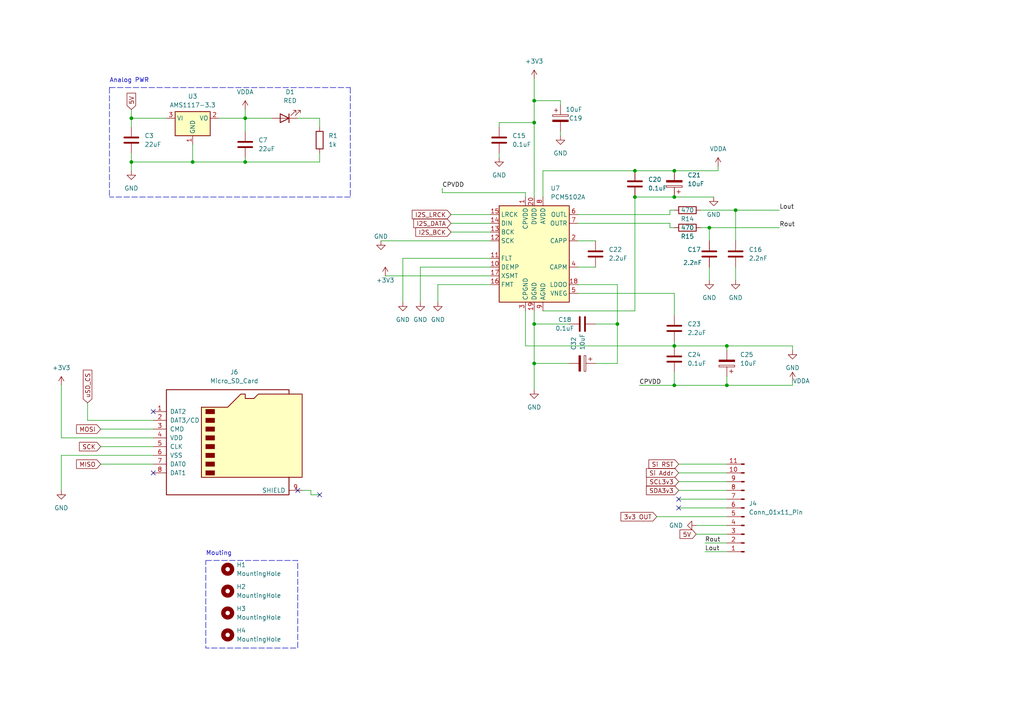
<source format=kicad_sch>
(kicad_sch (version 20230121) (generator eeschema)

  (uuid 9110aebb-9087-497d-86b2-c57607d78300)

  (paper "A4")

  (lib_symbols
    (symbol "Audio:PCM5102A" (in_bom yes) (on_board yes)
      (property "Reference" "U" (at -10.16 13.97 0)
        (effects (font (size 1.27 1.27)) (justify left))
      )
      (property "Value" "PCM5102A" (at 3.81 13.97 0)
        (effects (font (size 1.27 1.27)) (justify left))
      )
      (property "Footprint" "Package_SO:TSSOP-20_4.4x6.5mm_P0.65mm" (at 25.4 -16.51 0)
        (effects (font (size 1.27 1.27)) hide)
      )
      (property "Datasheet" "https://www.ti.com/lit/ds/symlink/pcm5102a.pdf" (at 0 0 0)
        (effects (font (size 1.27 1.27)) hide)
      )
      (property "ki_keywords" "audio dac 2ch 32bit 384kHz" (at 0 0 0)
        (effects (font (size 1.27 1.27)) hide)
      )
      (property "ki_description" "2.1 VRMS, 112dB Audio Stereo DAC with PLL and 32-bit, 384kHz PCM Interface, TSSOP-20" (at 0 0 0)
        (effects (font (size 1.27 1.27)) hide)
      )
      (property "ki_fp_filters" "TSSOP*4.4x6.5mm*P0.65mm*" (at 0 0 0)
        (effects (font (size 1.27 1.27)) hide)
      )
      (symbol "PCM5102A_0_1"
        (rectangle (start -10.16 12.7) (end 10.16 -15.24)
          (stroke (width 0.254) (type default))
          (fill (type background))
        )
      )
      (symbol "PCM5102A_1_1"
        (pin passive line (at -2.54 15.24 270) (length 2.54)
          (name "CPVDD" (effects (font (size 1.27 1.27))))
          (number "1" (effects (font (size 1.27 1.27))))
        )
        (pin input line (at -12.7 -5.08 0) (length 2.54)
          (name "DEMP" (effects (font (size 1.27 1.27))))
          (number "10" (effects (font (size 1.27 1.27))))
        )
        (pin input line (at -12.7 -2.54 0) (length 2.54)
          (name "FLT" (effects (font (size 1.27 1.27))))
          (number "11" (effects (font (size 1.27 1.27))))
        )
        (pin input line (at -12.7 2.54 0) (length 2.54)
          (name "SCK" (effects (font (size 1.27 1.27))))
          (number "12" (effects (font (size 1.27 1.27))))
        )
        (pin input line (at -12.7 5.08 0) (length 2.54)
          (name "BCK" (effects (font (size 1.27 1.27))))
          (number "13" (effects (font (size 1.27 1.27))))
        )
        (pin input line (at -12.7 7.62 0) (length 2.54)
          (name "DIN" (effects (font (size 1.27 1.27))))
          (number "14" (effects (font (size 1.27 1.27))))
        )
        (pin input line (at -12.7 10.16 0) (length 2.54)
          (name "LRCK" (effects (font (size 1.27 1.27))))
          (number "15" (effects (font (size 1.27 1.27))))
        )
        (pin input line (at -12.7 -10.16 0) (length 2.54)
          (name "FMT" (effects (font (size 1.27 1.27))))
          (number "16" (effects (font (size 1.27 1.27))))
        )
        (pin input line (at -12.7 -7.62 0) (length 2.54)
          (name "XSMT" (effects (font (size 1.27 1.27))))
          (number "17" (effects (font (size 1.27 1.27))))
        )
        (pin passive line (at 12.7 -10.16 180) (length 2.54)
          (name "LDOO" (effects (font (size 1.27 1.27))))
          (number "18" (effects (font (size 1.27 1.27))))
        )
        (pin power_in line (at 0 -17.78 90) (length 2.54)
          (name "DGND" (effects (font (size 1.27 1.27))))
          (number "19" (effects (font (size 1.27 1.27))))
        )
        (pin passive line (at 12.7 2.54 180) (length 2.54)
          (name "CAPP" (effects (font (size 1.27 1.27))))
          (number "2" (effects (font (size 1.27 1.27))))
        )
        (pin power_in line (at 0 15.24 270) (length 2.54)
          (name "DVDD" (effects (font (size 1.27 1.27))))
          (number "20" (effects (font (size 1.27 1.27))))
        )
        (pin power_in line (at -2.54 -17.78 90) (length 2.54)
          (name "CPGND" (effects (font (size 1.27 1.27))))
          (number "3" (effects (font (size 1.27 1.27))))
        )
        (pin passive line (at 12.7 -5.08 180) (length 2.54)
          (name "CAPM" (effects (font (size 1.27 1.27))))
          (number "4" (effects (font (size 1.27 1.27))))
        )
        (pin passive line (at 12.7 -12.7 180) (length 2.54)
          (name "VNEG" (effects (font (size 1.27 1.27))))
          (number "5" (effects (font (size 1.27 1.27))))
        )
        (pin output line (at 12.7 10.16 180) (length 2.54)
          (name "OUTL" (effects (font (size 1.27 1.27))))
          (number "6" (effects (font (size 1.27 1.27))))
        )
        (pin output line (at 12.7 7.62 180) (length 2.54)
          (name "OUTR" (effects (font (size 1.27 1.27))))
          (number "7" (effects (font (size 1.27 1.27))))
        )
        (pin power_in line (at 2.54 15.24 270) (length 2.54)
          (name "AVDD" (effects (font (size 1.27 1.27))))
          (number "8" (effects (font (size 1.27 1.27))))
        )
        (pin power_in line (at 2.54 -17.78 90) (length 2.54)
          (name "AGND" (effects (font (size 1.27 1.27))))
          (number "9" (effects (font (size 1.27 1.27))))
        )
      )
    )
    (symbol "Connector:Conn_01x11_Pin" (pin_names (offset 1.016) hide) (in_bom yes) (on_board yes)
      (property "Reference" "J" (at 0 15.24 0)
        (effects (font (size 1.27 1.27)))
      )
      (property "Value" "Conn_01x11_Pin" (at 0 -15.24 0)
        (effects (font (size 1.27 1.27)))
      )
      (property "Footprint" "" (at 0 0 0)
        (effects (font (size 1.27 1.27)) hide)
      )
      (property "Datasheet" "~" (at 0 0 0)
        (effects (font (size 1.27 1.27)) hide)
      )
      (property "ki_locked" "" (at 0 0 0)
        (effects (font (size 1.27 1.27)))
      )
      (property "ki_keywords" "connector" (at 0 0 0)
        (effects (font (size 1.27 1.27)) hide)
      )
      (property "ki_description" "Generic connector, single row, 01x11, script generated" (at 0 0 0)
        (effects (font (size 1.27 1.27)) hide)
      )
      (property "ki_fp_filters" "Connector*:*_1x??_*" (at 0 0 0)
        (effects (font (size 1.27 1.27)) hide)
      )
      (symbol "Conn_01x11_Pin_1_1"
        (polyline
          (pts
            (xy 1.27 -12.7)
            (xy 0.8636 -12.7)
          )
          (stroke (width 0.1524) (type default))
          (fill (type none))
        )
        (polyline
          (pts
            (xy 1.27 -10.16)
            (xy 0.8636 -10.16)
          )
          (stroke (width 0.1524) (type default))
          (fill (type none))
        )
        (polyline
          (pts
            (xy 1.27 -7.62)
            (xy 0.8636 -7.62)
          )
          (stroke (width 0.1524) (type default))
          (fill (type none))
        )
        (polyline
          (pts
            (xy 1.27 -5.08)
            (xy 0.8636 -5.08)
          )
          (stroke (width 0.1524) (type default))
          (fill (type none))
        )
        (polyline
          (pts
            (xy 1.27 -2.54)
            (xy 0.8636 -2.54)
          )
          (stroke (width 0.1524) (type default))
          (fill (type none))
        )
        (polyline
          (pts
            (xy 1.27 0)
            (xy 0.8636 0)
          )
          (stroke (width 0.1524) (type default))
          (fill (type none))
        )
        (polyline
          (pts
            (xy 1.27 2.54)
            (xy 0.8636 2.54)
          )
          (stroke (width 0.1524) (type default))
          (fill (type none))
        )
        (polyline
          (pts
            (xy 1.27 5.08)
            (xy 0.8636 5.08)
          )
          (stroke (width 0.1524) (type default))
          (fill (type none))
        )
        (polyline
          (pts
            (xy 1.27 7.62)
            (xy 0.8636 7.62)
          )
          (stroke (width 0.1524) (type default))
          (fill (type none))
        )
        (polyline
          (pts
            (xy 1.27 10.16)
            (xy 0.8636 10.16)
          )
          (stroke (width 0.1524) (type default))
          (fill (type none))
        )
        (polyline
          (pts
            (xy 1.27 12.7)
            (xy 0.8636 12.7)
          )
          (stroke (width 0.1524) (type default))
          (fill (type none))
        )
        (rectangle (start 0.8636 -12.573) (end 0 -12.827)
          (stroke (width 0.1524) (type default))
          (fill (type outline))
        )
        (rectangle (start 0.8636 -10.033) (end 0 -10.287)
          (stroke (width 0.1524) (type default))
          (fill (type outline))
        )
        (rectangle (start 0.8636 -7.493) (end 0 -7.747)
          (stroke (width 0.1524) (type default))
          (fill (type outline))
        )
        (rectangle (start 0.8636 -4.953) (end 0 -5.207)
          (stroke (width 0.1524) (type default))
          (fill (type outline))
        )
        (rectangle (start 0.8636 -2.413) (end 0 -2.667)
          (stroke (width 0.1524) (type default))
          (fill (type outline))
        )
        (rectangle (start 0.8636 0.127) (end 0 -0.127)
          (stroke (width 0.1524) (type default))
          (fill (type outline))
        )
        (rectangle (start 0.8636 2.667) (end 0 2.413)
          (stroke (width 0.1524) (type default))
          (fill (type outline))
        )
        (rectangle (start 0.8636 5.207) (end 0 4.953)
          (stroke (width 0.1524) (type default))
          (fill (type outline))
        )
        (rectangle (start 0.8636 7.747) (end 0 7.493)
          (stroke (width 0.1524) (type default))
          (fill (type outline))
        )
        (rectangle (start 0.8636 10.287) (end 0 10.033)
          (stroke (width 0.1524) (type default))
          (fill (type outline))
        )
        (rectangle (start 0.8636 12.827) (end 0 12.573)
          (stroke (width 0.1524) (type default))
          (fill (type outline))
        )
        (pin passive line (at 5.08 12.7 180) (length 3.81)
          (name "Pin_1" (effects (font (size 1.27 1.27))))
          (number "1" (effects (font (size 1.27 1.27))))
        )
        (pin passive line (at 5.08 -10.16 180) (length 3.81)
          (name "Pin_10" (effects (font (size 1.27 1.27))))
          (number "10" (effects (font (size 1.27 1.27))))
        )
        (pin passive line (at 5.08 -12.7 180) (length 3.81)
          (name "Pin_11" (effects (font (size 1.27 1.27))))
          (number "11" (effects (font (size 1.27 1.27))))
        )
        (pin passive line (at 5.08 10.16 180) (length 3.81)
          (name "Pin_2" (effects (font (size 1.27 1.27))))
          (number "2" (effects (font (size 1.27 1.27))))
        )
        (pin passive line (at 5.08 7.62 180) (length 3.81)
          (name "Pin_3" (effects (font (size 1.27 1.27))))
          (number "3" (effects (font (size 1.27 1.27))))
        )
        (pin passive line (at 5.08 5.08 180) (length 3.81)
          (name "Pin_4" (effects (font (size 1.27 1.27))))
          (number "4" (effects (font (size 1.27 1.27))))
        )
        (pin passive line (at 5.08 2.54 180) (length 3.81)
          (name "Pin_5" (effects (font (size 1.27 1.27))))
          (number "5" (effects (font (size 1.27 1.27))))
        )
        (pin passive line (at 5.08 0 180) (length 3.81)
          (name "Pin_6" (effects (font (size 1.27 1.27))))
          (number "6" (effects (font (size 1.27 1.27))))
        )
        (pin passive line (at 5.08 -2.54 180) (length 3.81)
          (name "Pin_7" (effects (font (size 1.27 1.27))))
          (number "7" (effects (font (size 1.27 1.27))))
        )
        (pin passive line (at 5.08 -5.08 180) (length 3.81)
          (name "Pin_8" (effects (font (size 1.27 1.27))))
          (number "8" (effects (font (size 1.27 1.27))))
        )
        (pin passive line (at 5.08 -7.62 180) (length 3.81)
          (name "Pin_9" (effects (font (size 1.27 1.27))))
          (number "9" (effects (font (size 1.27 1.27))))
        )
      )
    )
    (symbol "Connector:Micro_SD_Card" (pin_names (offset 1.016)) (in_bom yes) (on_board yes)
      (property "Reference" "J" (at -16.51 15.24 0)
        (effects (font (size 1.27 1.27)))
      )
      (property "Value" "Micro_SD_Card" (at 16.51 15.24 0)
        (effects (font (size 1.27 1.27)) (justify right))
      )
      (property "Footprint" "" (at 29.21 7.62 0)
        (effects (font (size 1.27 1.27)) hide)
      )
      (property "Datasheet" "http://katalog.we-online.de/em/datasheet/693072010801.pdf" (at 0 0 0)
        (effects (font (size 1.27 1.27)) hide)
      )
      (property "ki_keywords" "connector SD microsd" (at 0 0 0)
        (effects (font (size 1.27 1.27)) hide)
      )
      (property "ki_description" "Micro SD Card Socket" (at 0 0 0)
        (effects (font (size 1.27 1.27)) hide)
      )
      (property "ki_fp_filters" "microSD*" (at 0 0 0)
        (effects (font (size 1.27 1.27)) hide)
      )
      (symbol "Micro_SD_Card_0_1"
        (rectangle (start -7.62 -9.525) (end -5.08 -10.795)
          (stroke (width 0) (type default))
          (fill (type outline))
        )
        (rectangle (start -7.62 -6.985) (end -5.08 -8.255)
          (stroke (width 0) (type default))
          (fill (type outline))
        )
        (rectangle (start -7.62 -4.445) (end -5.08 -5.715)
          (stroke (width 0) (type default))
          (fill (type outline))
        )
        (rectangle (start -7.62 -1.905) (end -5.08 -3.175)
          (stroke (width 0) (type default))
          (fill (type outline))
        )
        (rectangle (start -7.62 0.635) (end -5.08 -0.635)
          (stroke (width 0) (type default))
          (fill (type outline))
        )
        (rectangle (start -7.62 3.175) (end -5.08 1.905)
          (stroke (width 0) (type default))
          (fill (type outline))
        )
        (rectangle (start -7.62 5.715) (end -5.08 4.445)
          (stroke (width 0) (type default))
          (fill (type outline))
        )
        (rectangle (start -7.62 8.255) (end -5.08 6.985)
          (stroke (width 0) (type default))
          (fill (type outline))
        )
        (polyline
          (pts
            (xy 16.51 12.7)
            (xy 16.51 13.97)
            (xy -19.05 13.97)
            (xy -19.05 -16.51)
            (xy 16.51 -16.51)
            (xy 16.51 -11.43)
          )
          (stroke (width 0.254) (type default))
          (fill (type none))
        )
        (polyline
          (pts
            (xy -8.89 -11.43)
            (xy -8.89 8.89)
            (xy -1.27 8.89)
            (xy 2.54 12.7)
            (xy 3.81 12.7)
            (xy 3.81 11.43)
            (xy 6.35 11.43)
            (xy 7.62 12.7)
            (xy 20.32 12.7)
            (xy 20.32 -11.43)
            (xy -8.89 -11.43)
          )
          (stroke (width 0.254) (type default))
          (fill (type background))
        )
      )
      (symbol "Micro_SD_Card_1_1"
        (pin bidirectional line (at -22.86 7.62 0) (length 3.81)
          (name "DAT2" (effects (font (size 1.27 1.27))))
          (number "1" (effects (font (size 1.27 1.27))))
        )
        (pin bidirectional line (at -22.86 5.08 0) (length 3.81)
          (name "DAT3/CD" (effects (font (size 1.27 1.27))))
          (number "2" (effects (font (size 1.27 1.27))))
        )
        (pin input line (at -22.86 2.54 0) (length 3.81)
          (name "CMD" (effects (font (size 1.27 1.27))))
          (number "3" (effects (font (size 1.27 1.27))))
        )
        (pin power_in line (at -22.86 0 0) (length 3.81)
          (name "VDD" (effects (font (size 1.27 1.27))))
          (number "4" (effects (font (size 1.27 1.27))))
        )
        (pin input line (at -22.86 -2.54 0) (length 3.81)
          (name "CLK" (effects (font (size 1.27 1.27))))
          (number "5" (effects (font (size 1.27 1.27))))
        )
        (pin power_in line (at -22.86 -5.08 0) (length 3.81)
          (name "VSS" (effects (font (size 1.27 1.27))))
          (number "6" (effects (font (size 1.27 1.27))))
        )
        (pin bidirectional line (at -22.86 -7.62 0) (length 3.81)
          (name "DAT0" (effects (font (size 1.27 1.27))))
          (number "7" (effects (font (size 1.27 1.27))))
        )
        (pin bidirectional line (at -22.86 -10.16 0) (length 3.81)
          (name "DAT1" (effects (font (size 1.27 1.27))))
          (number "8" (effects (font (size 1.27 1.27))))
        )
        (pin passive line (at 20.32 -15.24 180) (length 3.81)
          (name "SHIELD" (effects (font (size 1.27 1.27))))
          (number "9" (effects (font (size 1.27 1.27))))
        )
      )
    )
    (symbol "Device:C" (pin_numbers hide) (pin_names (offset 0.254)) (in_bom yes) (on_board yes)
      (property "Reference" "C" (at 0.635 2.54 0)
        (effects (font (size 1.27 1.27)) (justify left))
      )
      (property "Value" "C" (at 0.635 -2.54 0)
        (effects (font (size 1.27 1.27)) (justify left))
      )
      (property "Footprint" "" (at 0.9652 -3.81 0)
        (effects (font (size 1.27 1.27)) hide)
      )
      (property "Datasheet" "~" (at 0 0 0)
        (effects (font (size 1.27 1.27)) hide)
      )
      (property "ki_keywords" "cap capacitor" (at 0 0 0)
        (effects (font (size 1.27 1.27)) hide)
      )
      (property "ki_description" "Unpolarized capacitor" (at 0 0 0)
        (effects (font (size 1.27 1.27)) hide)
      )
      (property "ki_fp_filters" "C_*" (at 0 0 0)
        (effects (font (size 1.27 1.27)) hide)
      )
      (symbol "C_0_1"
        (polyline
          (pts
            (xy -2.032 -0.762)
            (xy 2.032 -0.762)
          )
          (stroke (width 0.508) (type default))
          (fill (type none))
        )
        (polyline
          (pts
            (xy -2.032 0.762)
            (xy 2.032 0.762)
          )
          (stroke (width 0.508) (type default))
          (fill (type none))
        )
      )
      (symbol "C_1_1"
        (pin passive line (at 0 3.81 270) (length 2.794)
          (name "~" (effects (font (size 1.27 1.27))))
          (number "1" (effects (font (size 1.27 1.27))))
        )
        (pin passive line (at 0 -3.81 90) (length 2.794)
          (name "~" (effects (font (size 1.27 1.27))))
          (number "2" (effects (font (size 1.27 1.27))))
        )
      )
    )
    (symbol "Device:C_Polarized" (pin_numbers hide) (pin_names (offset 0.254)) (in_bom yes) (on_board yes)
      (property "Reference" "C" (at 0.635 2.54 0)
        (effects (font (size 1.27 1.27)) (justify left))
      )
      (property "Value" "C_Polarized" (at 0.635 -2.54 0)
        (effects (font (size 1.27 1.27)) (justify left))
      )
      (property "Footprint" "" (at 0.9652 -3.81 0)
        (effects (font (size 1.27 1.27)) hide)
      )
      (property "Datasheet" "~" (at 0 0 0)
        (effects (font (size 1.27 1.27)) hide)
      )
      (property "ki_keywords" "cap capacitor" (at 0 0 0)
        (effects (font (size 1.27 1.27)) hide)
      )
      (property "ki_description" "Polarized capacitor" (at 0 0 0)
        (effects (font (size 1.27 1.27)) hide)
      )
      (property "ki_fp_filters" "CP_*" (at 0 0 0)
        (effects (font (size 1.27 1.27)) hide)
      )
      (symbol "C_Polarized_0_1"
        (rectangle (start -2.286 0.508) (end 2.286 1.016)
          (stroke (width 0) (type default))
          (fill (type none))
        )
        (polyline
          (pts
            (xy -1.778 2.286)
            (xy -0.762 2.286)
          )
          (stroke (width 0) (type default))
          (fill (type none))
        )
        (polyline
          (pts
            (xy -1.27 2.794)
            (xy -1.27 1.778)
          )
          (stroke (width 0) (type default))
          (fill (type none))
        )
        (rectangle (start 2.286 -0.508) (end -2.286 -1.016)
          (stroke (width 0) (type default))
          (fill (type outline))
        )
      )
      (symbol "C_Polarized_1_1"
        (pin passive line (at 0 3.81 270) (length 2.794)
          (name "~" (effects (font (size 1.27 1.27))))
          (number "1" (effects (font (size 1.27 1.27))))
        )
        (pin passive line (at 0 -3.81 90) (length 2.794)
          (name "~" (effects (font (size 1.27 1.27))))
          (number "2" (effects (font (size 1.27 1.27))))
        )
      )
    )
    (symbol "Device:LED" (pin_numbers hide) (pin_names (offset 1.016) hide) (in_bom yes) (on_board yes)
      (property "Reference" "D" (at 0 2.54 0)
        (effects (font (size 1.27 1.27)))
      )
      (property "Value" "LED" (at 0 -2.54 0)
        (effects (font (size 1.27 1.27)))
      )
      (property "Footprint" "" (at 0 0 0)
        (effects (font (size 1.27 1.27)) hide)
      )
      (property "Datasheet" "~" (at 0 0 0)
        (effects (font (size 1.27 1.27)) hide)
      )
      (property "ki_keywords" "LED diode" (at 0 0 0)
        (effects (font (size 1.27 1.27)) hide)
      )
      (property "ki_description" "Light emitting diode" (at 0 0 0)
        (effects (font (size 1.27 1.27)) hide)
      )
      (property "ki_fp_filters" "LED* LED_SMD:* LED_THT:*" (at 0 0 0)
        (effects (font (size 1.27 1.27)) hide)
      )
      (symbol "LED_0_1"
        (polyline
          (pts
            (xy -1.27 -1.27)
            (xy -1.27 1.27)
          )
          (stroke (width 0.254) (type default))
          (fill (type none))
        )
        (polyline
          (pts
            (xy -1.27 0)
            (xy 1.27 0)
          )
          (stroke (width 0) (type default))
          (fill (type none))
        )
        (polyline
          (pts
            (xy 1.27 -1.27)
            (xy 1.27 1.27)
            (xy -1.27 0)
            (xy 1.27 -1.27)
          )
          (stroke (width 0.254) (type default))
          (fill (type none))
        )
        (polyline
          (pts
            (xy -3.048 -0.762)
            (xy -4.572 -2.286)
            (xy -3.81 -2.286)
            (xy -4.572 -2.286)
            (xy -4.572 -1.524)
          )
          (stroke (width 0) (type default))
          (fill (type none))
        )
        (polyline
          (pts
            (xy -1.778 -0.762)
            (xy -3.302 -2.286)
            (xy -2.54 -2.286)
            (xy -3.302 -2.286)
            (xy -3.302 -1.524)
          )
          (stroke (width 0) (type default))
          (fill (type none))
        )
      )
      (symbol "LED_1_1"
        (pin passive line (at -3.81 0 0) (length 2.54)
          (name "K" (effects (font (size 1.27 1.27))))
          (number "1" (effects (font (size 1.27 1.27))))
        )
        (pin passive line (at 3.81 0 180) (length 2.54)
          (name "A" (effects (font (size 1.27 1.27))))
          (number "2" (effects (font (size 1.27 1.27))))
        )
      )
    )
    (symbol "Device:R" (pin_numbers hide) (pin_names (offset 0)) (in_bom yes) (on_board yes)
      (property "Reference" "R" (at 2.032 0 90)
        (effects (font (size 1.27 1.27)))
      )
      (property "Value" "R" (at 0 0 90)
        (effects (font (size 1.27 1.27)))
      )
      (property "Footprint" "" (at -1.778 0 90)
        (effects (font (size 1.27 1.27)) hide)
      )
      (property "Datasheet" "~" (at 0 0 0)
        (effects (font (size 1.27 1.27)) hide)
      )
      (property "ki_keywords" "R res resistor" (at 0 0 0)
        (effects (font (size 1.27 1.27)) hide)
      )
      (property "ki_description" "Resistor" (at 0 0 0)
        (effects (font (size 1.27 1.27)) hide)
      )
      (property "ki_fp_filters" "R_*" (at 0 0 0)
        (effects (font (size 1.27 1.27)) hide)
      )
      (symbol "R_0_1"
        (rectangle (start -1.016 -2.54) (end 1.016 2.54)
          (stroke (width 0.254) (type default))
          (fill (type none))
        )
      )
      (symbol "R_1_1"
        (pin passive line (at 0 3.81 270) (length 1.27)
          (name "~" (effects (font (size 1.27 1.27))))
          (number "1" (effects (font (size 1.27 1.27))))
        )
        (pin passive line (at 0 -3.81 90) (length 1.27)
          (name "~" (effects (font (size 1.27 1.27))))
          (number "2" (effects (font (size 1.27 1.27))))
        )
      )
    )
    (symbol "Mechanical:MountingHole" (pin_names (offset 1.016)) (in_bom yes) (on_board yes)
      (property "Reference" "H" (at 0 5.08 0)
        (effects (font (size 1.27 1.27)))
      )
      (property "Value" "MountingHole" (at 0 3.175 0)
        (effects (font (size 1.27 1.27)))
      )
      (property "Footprint" "" (at 0 0 0)
        (effects (font (size 1.27 1.27)) hide)
      )
      (property "Datasheet" "~" (at 0 0 0)
        (effects (font (size 1.27 1.27)) hide)
      )
      (property "ki_keywords" "mounting hole" (at 0 0 0)
        (effects (font (size 1.27 1.27)) hide)
      )
      (property "ki_description" "Mounting Hole without connection" (at 0 0 0)
        (effects (font (size 1.27 1.27)) hide)
      )
      (property "ki_fp_filters" "MountingHole*" (at 0 0 0)
        (effects (font (size 1.27 1.27)) hide)
      )
      (symbol "MountingHole_0_1"
        (circle (center 0 0) (radius 1.27)
          (stroke (width 1.27) (type default))
          (fill (type none))
        )
      )
    )
    (symbol "Regulator_Linear:AMS1117-3.3" (in_bom yes) (on_board yes)
      (property "Reference" "U" (at -3.81 3.175 0)
        (effects (font (size 1.27 1.27)))
      )
      (property "Value" "AMS1117-3.3" (at 0 3.175 0)
        (effects (font (size 1.27 1.27)) (justify left))
      )
      (property "Footprint" "Package_TO_SOT_SMD:SOT-223-3_TabPin2" (at 0 5.08 0)
        (effects (font (size 1.27 1.27)) hide)
      )
      (property "Datasheet" "http://www.advanced-monolithic.com/pdf/ds1117.pdf" (at 2.54 -6.35 0)
        (effects (font (size 1.27 1.27)) hide)
      )
      (property "ki_keywords" "linear regulator ldo fixed positive" (at 0 0 0)
        (effects (font (size 1.27 1.27)) hide)
      )
      (property "ki_description" "1A Low Dropout regulator, positive, 3.3V fixed output, SOT-223" (at 0 0 0)
        (effects (font (size 1.27 1.27)) hide)
      )
      (property "ki_fp_filters" "SOT?223*TabPin2*" (at 0 0 0)
        (effects (font (size 1.27 1.27)) hide)
      )
      (symbol "AMS1117-3.3_0_1"
        (rectangle (start -5.08 -5.08) (end 5.08 1.905)
          (stroke (width 0.254) (type default))
          (fill (type background))
        )
      )
      (symbol "AMS1117-3.3_1_1"
        (pin power_in line (at 0 -7.62 90) (length 2.54)
          (name "GND" (effects (font (size 1.27 1.27))))
          (number "1" (effects (font (size 1.27 1.27))))
        )
        (pin power_out line (at 7.62 0 180) (length 2.54)
          (name "VO" (effects (font (size 1.27 1.27))))
          (number "2" (effects (font (size 1.27 1.27))))
        )
        (pin power_in line (at -7.62 0 0) (length 2.54)
          (name "VI" (effects (font (size 1.27 1.27))))
          (number "3" (effects (font (size 1.27 1.27))))
        )
      )
    )
    (symbol "power:+3V3" (power) (pin_names (offset 0)) (in_bom yes) (on_board yes)
      (property "Reference" "#PWR" (at 0 -3.81 0)
        (effects (font (size 1.27 1.27)) hide)
      )
      (property "Value" "+3V3" (at 0 3.556 0)
        (effects (font (size 1.27 1.27)))
      )
      (property "Footprint" "" (at 0 0 0)
        (effects (font (size 1.27 1.27)) hide)
      )
      (property "Datasheet" "" (at 0 0 0)
        (effects (font (size 1.27 1.27)) hide)
      )
      (property "ki_keywords" "global power" (at 0 0 0)
        (effects (font (size 1.27 1.27)) hide)
      )
      (property "ki_description" "Power symbol creates a global label with name \"+3V3\"" (at 0 0 0)
        (effects (font (size 1.27 1.27)) hide)
      )
      (symbol "+3V3_0_1"
        (polyline
          (pts
            (xy -0.762 1.27)
            (xy 0 2.54)
          )
          (stroke (width 0) (type default))
          (fill (type none))
        )
        (polyline
          (pts
            (xy 0 0)
            (xy 0 2.54)
          )
          (stroke (width 0) (type default))
          (fill (type none))
        )
        (polyline
          (pts
            (xy 0 2.54)
            (xy 0.762 1.27)
          )
          (stroke (width 0) (type default))
          (fill (type none))
        )
      )
      (symbol "+3V3_1_1"
        (pin power_in line (at 0 0 90) (length 0) hide
          (name "+3V3" (effects (font (size 1.27 1.27))))
          (number "1" (effects (font (size 1.27 1.27))))
        )
      )
    )
    (symbol "power:GND" (power) (pin_names (offset 0)) (in_bom yes) (on_board yes)
      (property "Reference" "#PWR" (at 0 -6.35 0)
        (effects (font (size 1.27 1.27)) hide)
      )
      (property "Value" "GND" (at 0 -3.81 0)
        (effects (font (size 1.27 1.27)))
      )
      (property "Footprint" "" (at 0 0 0)
        (effects (font (size 1.27 1.27)) hide)
      )
      (property "Datasheet" "" (at 0 0 0)
        (effects (font (size 1.27 1.27)) hide)
      )
      (property "ki_keywords" "global power" (at 0 0 0)
        (effects (font (size 1.27 1.27)) hide)
      )
      (property "ki_description" "Power symbol creates a global label with name \"GND\" , ground" (at 0 0 0)
        (effects (font (size 1.27 1.27)) hide)
      )
      (symbol "GND_0_1"
        (polyline
          (pts
            (xy 0 0)
            (xy 0 -1.27)
            (xy 1.27 -1.27)
            (xy 0 -2.54)
            (xy -1.27 -1.27)
            (xy 0 -1.27)
          )
          (stroke (width 0) (type default))
          (fill (type none))
        )
      )
      (symbol "GND_1_1"
        (pin power_in line (at 0 0 270) (length 0) hide
          (name "GND" (effects (font (size 1.27 1.27))))
          (number "1" (effects (font (size 1.27 1.27))))
        )
      )
    )
    (symbol "power:VDDA" (power) (pin_names (offset 0)) (in_bom yes) (on_board yes)
      (property "Reference" "#PWR" (at 0 -3.81 0)
        (effects (font (size 1.27 1.27)) hide)
      )
      (property "Value" "VDDA" (at 0 3.81 0)
        (effects (font (size 1.27 1.27)))
      )
      (property "Footprint" "" (at 0 0 0)
        (effects (font (size 1.27 1.27)) hide)
      )
      (property "Datasheet" "" (at 0 0 0)
        (effects (font (size 1.27 1.27)) hide)
      )
      (property "ki_keywords" "global power" (at 0 0 0)
        (effects (font (size 1.27 1.27)) hide)
      )
      (property "ki_description" "Power symbol creates a global label with name \"VDDA\"" (at 0 0 0)
        (effects (font (size 1.27 1.27)) hide)
      )
      (symbol "VDDA_0_1"
        (polyline
          (pts
            (xy -0.762 1.27)
            (xy 0 2.54)
          )
          (stroke (width 0) (type default))
          (fill (type none))
        )
        (polyline
          (pts
            (xy 0 0)
            (xy 0 2.54)
          )
          (stroke (width 0) (type default))
          (fill (type none))
        )
        (polyline
          (pts
            (xy 0 2.54)
            (xy 0.762 1.27)
          )
          (stroke (width 0) (type default))
          (fill (type none))
        )
      )
      (symbol "VDDA_1_1"
        (pin power_in line (at 0 0 90) (length 0) hide
          (name "VDDA" (effects (font (size 1.27 1.27))))
          (number "1" (effects (font (size 1.27 1.27))))
        )
      )
    )
  )

  (junction (at 179.07 93.98) (diameter 0) (color 0 0 0 0)
    (uuid 11d95346-f004-4958-bb0e-db05e2cb79b2)
  )
  (junction (at 195.58 111.76) (diameter 0) (color 0 0 0 0)
    (uuid 18c04d15-474c-42e4-83cf-5313784dcab7)
  )
  (junction (at 184.15 57.15) (diameter 0) (color 0 0 0 0)
    (uuid 25807f27-f203-46ff-8630-502c1bcf81f0)
  )
  (junction (at 71.12 46.99) (diameter 0) (color 0 0 0 0)
    (uuid 2d9dd545-35f6-4744-be00-bd2211399145)
  )
  (junction (at 154.94 35.56) (diameter 0) (color 0 0 0 0)
    (uuid 37b40e51-1dfb-4733-b90d-cb4606268680)
  )
  (junction (at 195.58 57.15) (diameter 0) (color 0 0 0 0)
    (uuid 45b4ac11-0259-430e-888f-0f0c467485b4)
  )
  (junction (at 195.58 49.53) (diameter 0) (color 0 0 0 0)
    (uuid 4e1376c5-4955-453e-9b1a-d7799cf544ef)
  )
  (junction (at 154.94 105.41) (diameter 0) (color 0 0 0 0)
    (uuid 56824223-db2e-4a94-a0a6-b2d7307dcbb5)
  )
  (junction (at 55.88 46.99) (diameter 0) (color 0 0 0 0)
    (uuid 5d2ae318-602c-4fc4-9901-11f416b7e68f)
  )
  (junction (at 205.74 66.04) (diameter 0) (color 0 0 0 0)
    (uuid 662724fb-4cba-44e7-aa94-ef0d82135079)
  )
  (junction (at 71.12 34.29) (diameter 0) (color 0 0 0 0)
    (uuid 693eeef7-42c1-47e6-960e-326523604cd0)
  )
  (junction (at 184.15 49.53) (diameter 0) (color 0 0 0 0)
    (uuid 779188b9-1913-4d29-b69e-98dd8b95224a)
  )
  (junction (at 38.1 34.29) (diameter 0) (color 0 0 0 0)
    (uuid 9d8a57f1-8700-4b64-abba-9d5169fb1d5a)
  )
  (junction (at 154.94 93.98) (diameter 0) (color 0 0 0 0)
    (uuid 9f00a474-08a9-429b-93fe-2d93c2207386)
  )
  (junction (at 210.82 111.76) (diameter 0) (color 0 0 0 0)
    (uuid add1cc52-3ba8-4cd8-b6bb-def165681a98)
  )
  (junction (at 210.82 100.33) (diameter 0) (color 0 0 0 0)
    (uuid c24460b1-eb92-4838-adb0-b88e7d70973f)
  )
  (junction (at 154.94 29.21) (diameter 0) (color 0 0 0 0)
    (uuid c4404094-8a0b-47bf-8fd7-ccd0c04e8921)
  )
  (junction (at 195.58 100.33) (diameter 0) (color 0 0 0 0)
    (uuid c7499a01-e275-4671-b81f-17a0c2e064d6)
  )
  (junction (at 213.36 60.96) (diameter 0) (color 0 0 0 0)
    (uuid cc56433f-0489-49ae-bd21-0f38bcbfc15b)
  )
  (junction (at 38.1 46.99) (diameter 0) (color 0 0 0 0)
    (uuid dd9601fb-2dcf-4852-b55f-ee9d885b40cd)
  )

  (no_connect (at 196.85 144.78) (uuid 9a93baf6-1812-4181-85bf-68739b55305b))
  (no_connect (at 44.45 119.38) (uuid a77a4dbd-1b05-412c-8635-78c7728232cb))
  (no_connect (at 196.85 147.32) (uuid aa81212a-4ed1-4cd6-bf45-a5c9b8bce573))
  (no_connect (at 92.71 143.51) (uuid af33e2e0-31ac-408a-97ec-752df7bfc73d))
  (no_connect (at 86.36 142.24) (uuid c109f3b5-0f00-417f-ab25-2af2e6c419f3))
  (no_connect (at 44.45 137.16) (uuid fca80a9d-f5d7-4565-a63b-3f5545c6e798))

  (wire (pts (xy 229.87 100.33) (xy 229.87 101.6))
    (stroke (width 0) (type default))
    (uuid 002d8fcf-7864-467c-871f-8a5a6c72285c)
  )
  (wire (pts (xy 92.71 46.99) (xy 71.12 46.99))
    (stroke (width 0) (type default))
    (uuid 04a07368-ae6d-45b4-bd5c-fcdb9417585b)
  )
  (wire (pts (xy 92.71 143.51) (xy 90.17 143.51))
    (stroke (width 0) (type default))
    (uuid 04be337f-881e-48ac-b565-d2eff757ffac)
  )
  (polyline (pts (xy 101.6 57.15) (xy 31.75 57.15))
    (stroke (width 0) (type dash))
    (uuid 064750aa-0972-4db4-a57d-cf746ee5f19f)
  )

  (wire (pts (xy 142.24 74.93) (xy 116.84 74.93))
    (stroke (width 0) (type default))
    (uuid 097e96c5-4c84-4b3e-a345-f29e3cebee02)
  )
  (wire (pts (xy 194.31 60.96) (xy 195.58 60.96))
    (stroke (width 0) (type default))
    (uuid 09e5eb95-bad6-45b2-a503-6426ed70763d)
  )
  (wire (pts (xy 210.82 100.33) (xy 229.87 100.33))
    (stroke (width 0) (type default))
    (uuid 0a744511-72d8-447f-85b6-3156718109be)
  )
  (wire (pts (xy 205.74 66.04) (xy 226.06 66.04))
    (stroke (width 0) (type default))
    (uuid 0c1f5112-8e96-4b86-9a3c-012e40930596)
  )
  (wire (pts (xy 154.94 29.21) (xy 162.56 29.21))
    (stroke (width 0) (type default))
    (uuid 0d1dcfe2-8d21-4c74-9b23-c88385fb30b8)
  )
  (wire (pts (xy 229.87 110.49) (xy 229.87 111.76))
    (stroke (width 0) (type default))
    (uuid 0ef68398-7a1d-41fd-b751-e1982551d114)
  )
  (wire (pts (xy 152.4 55.88) (xy 152.4 57.15))
    (stroke (width 0) (type default))
    (uuid 0fb03408-e763-4a36-9a19-d51d012f9598)
  )
  (wire (pts (xy 204.47 160.02) (xy 210.82 160.02))
    (stroke (width 0) (type default))
    (uuid 0fde36b5-49dc-4d01-a8a4-1606ec0da439)
  )
  (wire (pts (xy 44.45 121.92) (xy 25.4 121.92))
    (stroke (width 0) (type default))
    (uuid 11fb39ac-7861-4a8e-b64f-2ebcdccade6c)
  )
  (wire (pts (xy 142.24 82.55) (xy 127 82.55))
    (stroke (width 0) (type default))
    (uuid 18eb5f28-6946-4470-a64a-dbe24e5e1854)
  )
  (wire (pts (xy 195.58 85.09) (xy 195.58 91.44))
    (stroke (width 0) (type default))
    (uuid 1c590a89-116b-4676-a008-4cf0533d23cd)
  )
  (wire (pts (xy 154.94 93.98) (xy 165.1 93.98))
    (stroke (width 0) (type default))
    (uuid 1de90df9-0cfe-487b-960c-82c1d846d16f)
  )
  (wire (pts (xy 130.81 67.31) (xy 142.24 67.31))
    (stroke (width 0) (type default))
    (uuid 26cf40a0-ce83-4aea-ba58-184a449a0d29)
  )
  (wire (pts (xy 203.2 60.96) (xy 213.36 60.96))
    (stroke (width 0) (type default))
    (uuid 27bd7930-0dc2-4096-9ffc-5a5594d4eb67)
  )
  (wire (pts (xy 196.85 142.24) (xy 210.82 142.24))
    (stroke (width 0) (type default))
    (uuid 2b3acfcb-ff8e-438c-8e96-a8af2f71e527)
  )
  (wire (pts (xy 157.48 49.53) (xy 184.15 49.53))
    (stroke (width 0) (type default))
    (uuid 2b684f66-8a83-4c43-b863-677a99e9a468)
  )
  (wire (pts (xy 71.12 46.99) (xy 71.12 45.72))
    (stroke (width 0) (type default))
    (uuid 2f9cd83f-1182-4eb1-b17a-19b3af9adf28)
  )
  (wire (pts (xy 194.31 60.96) (xy 194.31 62.23))
    (stroke (width 0) (type default))
    (uuid 300ae0c4-b5e8-4e06-bee8-bb711e983741)
  )
  (wire (pts (xy 196.85 134.62) (xy 210.82 134.62))
    (stroke (width 0) (type default))
    (uuid 3228ff83-b5b7-4c76-8e71-23f942409a02)
  )
  (wire (pts (xy 210.82 100.33) (xy 210.82 101.6))
    (stroke (width 0) (type default))
    (uuid 332d31a0-3f25-4e98-aa8d-87f1b64d486b)
  )
  (wire (pts (xy 157.48 90.17) (xy 184.15 90.17))
    (stroke (width 0) (type default))
    (uuid 34ebe4f3-221c-46e8-9f57-78bbf551046d)
  )
  (polyline (pts (xy 101.6 25.4) (xy 101.6 57.15))
    (stroke (width 0) (type dash))
    (uuid 37cf48e7-e48f-444d-9322-f7a6e387b328)
  )

  (wire (pts (xy 162.56 29.21) (xy 162.56 30.48))
    (stroke (width 0) (type default))
    (uuid 398ca80f-3bb3-4062-b8f2-2f910aec76e6)
  )
  (wire (pts (xy 154.94 93.98) (xy 154.94 105.41))
    (stroke (width 0) (type default))
    (uuid 3a148c9b-6854-4f69-8840-121b45ac5cd8)
  )
  (wire (pts (xy 213.36 60.96) (xy 226.06 60.96))
    (stroke (width 0) (type default))
    (uuid 3a79a71e-e9de-4ecf-8252-83c1a6b4c9d8)
  )
  (wire (pts (xy 213.36 77.47) (xy 213.36 81.28))
    (stroke (width 0) (type default))
    (uuid 3d48ac9a-57bf-414c-8bb7-29a21d0703c5)
  )
  (wire (pts (xy 205.74 66.04) (xy 203.2 66.04))
    (stroke (width 0) (type default))
    (uuid 3f06f2a7-8e3f-4376-adeb-f08c9b40f3a7)
  )
  (wire (pts (xy 154.94 22.86) (xy 154.94 29.21))
    (stroke (width 0) (type default))
    (uuid 4078c7f2-90b0-4df6-bea4-3dc69a5763b6)
  )
  (wire (pts (xy 38.1 34.29) (xy 38.1 36.83))
    (stroke (width 0) (type default))
    (uuid 41baadea-2f39-4698-b450-6b5a76612b67)
  )
  (wire (pts (xy 130.81 62.23) (xy 142.24 62.23))
    (stroke (width 0) (type default))
    (uuid 446a876c-904c-49df-be4c-c6b61d4b5e4c)
  )
  (wire (pts (xy 144.78 44.45) (xy 144.78 45.72))
    (stroke (width 0) (type default))
    (uuid 451c2783-948b-42b5-ba0a-30c7f163f37a)
  )
  (wire (pts (xy 195.58 100.33) (xy 210.82 100.33))
    (stroke (width 0) (type default))
    (uuid 4ba93520-e7f4-4f47-b1f5-b9bd26e5dcd0)
  )
  (wire (pts (xy 195.58 111.76) (xy 210.82 111.76))
    (stroke (width 0) (type default))
    (uuid 4eb6c004-39af-4036-ad52-724a16f2cc81)
  )
  (wire (pts (xy 196.85 147.32) (xy 210.82 147.32))
    (stroke (width 0) (type default))
    (uuid 5297c06c-9018-4fe7-98ea-0f3a6816fa7c)
  )
  (wire (pts (xy 152.4 90.17) (xy 152.4 100.33))
    (stroke (width 0) (type default))
    (uuid 52c56422-a9d1-4133-b3aa-1720eb189b67)
  )
  (wire (pts (xy 154.94 29.21) (xy 154.94 35.56))
    (stroke (width 0) (type default))
    (uuid 5767ce1e-891a-4a24-b5f3-cb75295085ad)
  )
  (wire (pts (xy 116.84 74.93) (xy 116.84 87.63))
    (stroke (width 0) (type default))
    (uuid 57c3ce92-2d1e-4939-acaf-fcac5c18194b)
  )
  (wire (pts (xy 63.5 34.29) (xy 71.12 34.29))
    (stroke (width 0) (type default))
    (uuid 5b8d27a5-7a4d-472e-996b-3e3164e3ec19)
  )
  (wire (pts (xy 38.1 46.99) (xy 38.1 49.53))
    (stroke (width 0) (type default))
    (uuid 5f8f1e49-c598-4d00-a7cc-9b1ccb9c6369)
  )
  (wire (pts (xy 92.71 44.45) (xy 92.71 46.99))
    (stroke (width 0) (type default))
    (uuid 605307bb-bea6-42ab-8fa2-b3da12881da0)
  )
  (wire (pts (xy 121.92 77.47) (xy 121.92 87.63))
    (stroke (width 0) (type default))
    (uuid 6522cec4-d485-4a19-8c18-85022b5aaf85)
  )
  (wire (pts (xy 195.58 100.33) (xy 195.58 99.06))
    (stroke (width 0) (type default))
    (uuid 6715b08a-c609-4325-84eb-58c872c220fe)
  )
  (wire (pts (xy 195.58 107.95) (xy 195.58 111.76))
    (stroke (width 0) (type default))
    (uuid 6810d1b8-1a79-4e52-8b0f-e6d7cdbbc3cf)
  )
  (wire (pts (xy 29.21 134.62) (xy 44.45 134.62))
    (stroke (width 0) (type default))
    (uuid 6aaa7394-320d-4b53-a4a3-d0d7af7ed64e)
  )
  (wire (pts (xy 195.58 49.53) (xy 208.28 49.53))
    (stroke (width 0) (type default))
    (uuid 6c57736a-8383-42a7-a2be-d5e8ff2ba3e3)
  )
  (wire (pts (xy 55.88 41.91) (xy 55.88 46.99))
    (stroke (width 0) (type default))
    (uuid 6e4bab67-806b-4442-bb5e-89aaccfb6556)
  )
  (wire (pts (xy 205.74 77.47) (xy 205.74 81.28))
    (stroke (width 0) (type default))
    (uuid 70c4b5fe-c2ba-4be4-aa4f-573f5aa82edf)
  )
  (wire (pts (xy 184.15 57.15) (xy 195.58 57.15))
    (stroke (width 0) (type default))
    (uuid 7350758c-1c2c-4a02-a1f7-b7d3131c6c76)
  )
  (wire (pts (xy 210.82 109.22) (xy 210.82 111.76))
    (stroke (width 0) (type default))
    (uuid 73ea30fb-947c-47e6-8a95-975e6d1a8596)
  )
  (wire (pts (xy 179.07 82.55) (xy 179.07 93.98))
    (stroke (width 0) (type default))
    (uuid 7587f3fd-2971-4d35-a182-2b2864192d19)
  )
  (wire (pts (xy 184.15 49.53) (xy 195.58 49.53))
    (stroke (width 0) (type default))
    (uuid 77ca3a94-9bbc-4f14-9813-fff9331af98c)
  )
  (wire (pts (xy 201.93 152.4) (xy 210.82 152.4))
    (stroke (width 0) (type default))
    (uuid 78f0d31d-8efc-4445-bd1d-c0bed812afa1)
  )
  (wire (pts (xy 190.5 149.86) (xy 210.82 149.86))
    (stroke (width 0) (type default))
    (uuid 798178e3-8892-4d5c-9fdb-3b4babe46938)
  )
  (wire (pts (xy 205.74 69.85) (xy 205.74 66.04))
    (stroke (width 0) (type default))
    (uuid 7ae75120-c869-4295-a324-ac32bb801048)
  )
  (wire (pts (xy 86.36 34.29) (xy 92.71 34.29))
    (stroke (width 0) (type default))
    (uuid 7b9b8b22-381e-4d90-8f27-e80f5de3e9d4)
  )
  (wire (pts (xy 142.24 80.01) (xy 111.76 80.01))
    (stroke (width 0) (type default))
    (uuid 7d1540a2-4ced-4730-922c-e8ab6066780e)
  )
  (wire (pts (xy 172.72 93.98) (xy 179.07 93.98))
    (stroke (width 0) (type default))
    (uuid 87ffa195-e0e7-4fb9-978e-94002f0d28fa)
  )
  (wire (pts (xy 195.58 57.15) (xy 207.01 57.15))
    (stroke (width 0) (type default))
    (uuid 8a41ef9f-7f2b-4587-b57d-bb426c909616)
  )
  (wire (pts (xy 167.64 82.55) (xy 179.07 82.55))
    (stroke (width 0) (type default))
    (uuid 8ef94116-429b-4876-a6c9-8b60d598720f)
  )
  (wire (pts (xy 128.27 55.88) (xy 152.4 55.88))
    (stroke (width 0) (type default))
    (uuid 8f16c984-d8c5-4051-86f8-5a7b68ebbae1)
  )
  (wire (pts (xy 194.31 66.04) (xy 195.58 66.04))
    (stroke (width 0) (type default))
    (uuid 90272097-5ceb-4105-bf74-6e671629d211)
  )
  (wire (pts (xy 196.85 137.16) (xy 210.82 137.16))
    (stroke (width 0) (type default))
    (uuid 91f6c645-50df-4b3d-8a44-7f0d5b2a2096)
  )
  (wire (pts (xy 144.78 35.56) (xy 144.78 36.83))
    (stroke (width 0) (type default))
    (uuid 92dc9ea6-b0e5-470e-8793-b717844292bc)
  )
  (wire (pts (xy 127 82.55) (xy 127 87.63))
    (stroke (width 0) (type default))
    (uuid 96ed5caa-4cab-4840-be09-cff53f613199)
  )
  (wire (pts (xy 213.36 60.96) (xy 213.36 69.85))
    (stroke (width 0) (type default))
    (uuid 976a9482-3caa-47a0-9a5f-15d080d4dd4a)
  )
  (wire (pts (xy 128.27 54.61) (xy 128.27 55.88))
    (stroke (width 0) (type default))
    (uuid 97706114-7930-4748-9adf-10dbd12adbd1)
  )
  (wire (pts (xy 121.92 77.47) (xy 142.24 77.47))
    (stroke (width 0) (type default))
    (uuid 980406f2-ca4a-42cc-8943-def895fb5ecf)
  )
  (wire (pts (xy 55.88 46.99) (xy 38.1 46.99))
    (stroke (width 0) (type default))
    (uuid 9ddd9b55-5b80-4f44-a15c-29896c5450b2)
  )
  (wire (pts (xy 71.12 34.29) (xy 78.74 34.29))
    (stroke (width 0) (type default))
    (uuid a0e612be-b09f-4307-a4af-f4586123381a)
  )
  (wire (pts (xy 157.48 57.15) (xy 157.48 49.53))
    (stroke (width 0) (type default))
    (uuid a20be410-80f1-4c0d-b009-ce0d7a42166d)
  )
  (wire (pts (xy 204.47 157.48) (xy 210.82 157.48))
    (stroke (width 0) (type default))
    (uuid a20ef207-0955-4ae6-bd4e-fe6a39855df5)
  )
  (wire (pts (xy 110.49 69.85) (xy 142.24 69.85))
    (stroke (width 0) (type default))
    (uuid a296af6e-ebce-4649-ad6b-66a134c9e44f)
  )
  (wire (pts (xy 29.21 129.54) (xy 44.45 129.54))
    (stroke (width 0) (type default))
    (uuid a4f9146e-96ae-4515-b0a6-06790387dc92)
  )
  (wire (pts (xy 210.82 111.76) (xy 229.87 111.76))
    (stroke (width 0) (type default))
    (uuid a76a3b1b-9a76-4eb0-ad05-05da8236e21b)
  )
  (wire (pts (xy 154.94 105.41) (xy 154.94 113.03))
    (stroke (width 0) (type default))
    (uuid abb8eb15-3505-437e-9b3c-57cf3ab98042)
  )
  (wire (pts (xy 154.94 35.56) (xy 154.94 57.15))
    (stroke (width 0) (type default))
    (uuid b0ab8ec9-83c2-4368-bb5b-fdc9e2b69b99)
  )
  (wire (pts (xy 29.21 124.46) (xy 44.45 124.46))
    (stroke (width 0) (type default))
    (uuid b7fee6bb-1b42-4474-a679-f5b8e718a121)
  )
  (wire (pts (xy 208.28 48.26) (xy 208.28 49.53))
    (stroke (width 0) (type default))
    (uuid b896fa3b-5881-4808-930d-39264d62a458)
  )
  (wire (pts (xy 194.31 64.77) (xy 167.64 64.77))
    (stroke (width 0) (type default))
    (uuid bc19aed7-7854-486d-bb14-c1a151544c6a)
  )
  (wire (pts (xy 17.78 111.76) (xy 17.78 127))
    (stroke (width 0) (type default))
    (uuid bd7fcec5-0420-4a3a-ab93-0ee97aa34d29)
  )
  (wire (pts (xy 44.45 132.08) (xy 17.78 132.08))
    (stroke (width 0) (type default))
    (uuid bdd04ce3-a8c5-4e15-8515-8d6f129dba1f)
  )
  (wire (pts (xy 154.94 90.17) (xy 154.94 93.98))
    (stroke (width 0) (type default))
    (uuid be06807f-01c7-44bb-81ae-6cf235c80547)
  )
  (wire (pts (xy 130.81 64.77) (xy 142.24 64.77))
    (stroke (width 0) (type default))
    (uuid be1832ed-6389-450b-b584-9b9846261a7d)
  )
  (wire (pts (xy 196.85 144.78) (xy 210.82 144.78))
    (stroke (width 0) (type default))
    (uuid c13667fb-d95d-4807-ac7e-527ace602db3)
  )
  (wire (pts (xy 38.1 34.29) (xy 48.26 34.29))
    (stroke (width 0) (type default))
    (uuid c2a709cc-2113-4057-a523-79869b21bc66)
  )
  (wire (pts (xy 38.1 31.75) (xy 38.1 34.29))
    (stroke (width 0) (type default))
    (uuid c38f1c84-57f2-4e65-b151-0cd48be321d9)
  )
  (wire (pts (xy 71.12 46.99) (xy 55.88 46.99))
    (stroke (width 0) (type default))
    (uuid c510e384-50f5-4fd2-af0b-53749896f1e1)
  )
  (wire (pts (xy 152.4 100.33) (xy 195.58 100.33))
    (stroke (width 0) (type default))
    (uuid c6e0141e-e616-4273-ac24-826ccb20fb7a)
  )
  (polyline (pts (xy 31.75 25.4) (xy 31.75 57.15))
    (stroke (width 0) (type dash))
    (uuid c7cc6d00-49d3-43d7-a7c8-97fc313863f0)
  )

  (wire (pts (xy 184.15 57.15) (xy 184.15 90.17))
    (stroke (width 0) (type default))
    (uuid ca09da92-9930-492a-a593-0c9bc3aae6e0)
  )
  (wire (pts (xy 162.56 38.1) (xy 162.56 39.37))
    (stroke (width 0) (type default))
    (uuid cb105a33-adaa-4d39-aa8c-2564c39864cf)
  )
  (wire (pts (xy 17.78 132.08) (xy 17.78 142.24))
    (stroke (width 0) (type default))
    (uuid d0e4b32d-8df0-4b6d-8e36-0ca3b345685c)
  )
  (wire (pts (xy 167.64 85.09) (xy 195.58 85.09))
    (stroke (width 0) (type default))
    (uuid d1dc0c1f-a9e2-4f8f-9f09-edb261aed176)
  )
  (wire (pts (xy 44.45 127) (xy 17.78 127))
    (stroke (width 0) (type default))
    (uuid d32261e1-c2cc-481a-b48b-ddb006554067)
  )
  (wire (pts (xy 90.17 143.51) (xy 90.17 142.24))
    (stroke (width 0) (type default))
    (uuid d600adab-051f-44c8-ac07-557595650051)
  )
  (wire (pts (xy 144.78 35.56) (xy 154.94 35.56))
    (stroke (width 0) (type default))
    (uuid d63532a4-8a16-450f-9298-4b176e370c4d)
  )
  (wire (pts (xy 201.93 154.94) (xy 210.82 154.94))
    (stroke (width 0) (type default))
    (uuid d698de03-0d7b-4be7-be79-36f0620e2a3b)
  )
  (wire (pts (xy 154.94 105.41) (xy 165.1 105.41))
    (stroke (width 0) (type default))
    (uuid d7118632-7ede-493c-b73b-406737a5bc08)
  )
  (wire (pts (xy 179.07 93.98) (xy 179.07 105.41))
    (stroke (width 0) (type default))
    (uuid d72e5698-6abd-495c-8d93-49e3aca2e597)
  )
  (wire (pts (xy 167.64 77.47) (xy 172.72 77.47))
    (stroke (width 0) (type default))
    (uuid d9d445cd-8dcb-4026-88d0-41c8774e6762)
  )
  (wire (pts (xy 38.1 44.45) (xy 38.1 46.99))
    (stroke (width 0) (type default))
    (uuid e205d1a3-8d28-48ad-bd23-141c2afa8639)
  )
  (wire (pts (xy 194.31 62.23) (xy 167.64 62.23))
    (stroke (width 0) (type default))
    (uuid e2e0c1f9-fdee-4dd6-94bc-b4e1092395b4)
  )
  (wire (pts (xy 71.12 34.29) (xy 71.12 38.1))
    (stroke (width 0) (type default))
    (uuid eb151eb0-cb14-44c5-a930-49ac57eca4f5)
  )
  (polyline (pts (xy 31.75 25.4) (xy 101.6 25.4))
    (stroke (width 0) (type dash))
    (uuid eda11a03-5147-4fde-bc85-b1da6e95257c)
  )

  (wire (pts (xy 167.64 69.85) (xy 172.72 69.85))
    (stroke (width 0) (type default))
    (uuid f050c640-12eb-4951-be8e-42c012e060e7)
  )
  (wire (pts (xy 196.85 139.7) (xy 210.82 139.7))
    (stroke (width 0) (type default))
    (uuid f38fbd2a-6dd2-4dc3-a8c7-1e161fa3aaad)
  )
  (wire (pts (xy 90.17 142.24) (xy 87.63 142.24))
    (stroke (width 0) (type default))
    (uuid f3b9c429-cf4c-4048-99b7-13d9fba133dc)
  )
  (wire (pts (xy 194.31 66.04) (xy 194.31 64.77))
    (stroke (width 0) (type default))
    (uuid f5fa85e7-aa48-485b-8db5-354f4430b0de)
  )
  (wire (pts (xy 92.71 34.29) (xy 92.71 36.83))
    (stroke (width 0) (type default))
    (uuid facb0877-afe4-44db-82c7-ee603324d1c4)
  )
  (wire (pts (xy 172.72 105.41) (xy 179.07 105.41))
    (stroke (width 0) (type default))
    (uuid fbd3fe11-2aef-49bb-8f38-99606442cfaa)
  )
  (wire (pts (xy 25.4 116.84) (xy 25.4 121.92))
    (stroke (width 0) (type default))
    (uuid fbe29d93-c63c-439e-83c4-37f7e004cbb4)
  )
  (wire (pts (xy 71.12 31.75) (xy 71.12 34.29))
    (stroke (width 0) (type default))
    (uuid fd705adc-ae51-40cd-bdfa-a4838a6b7411)
  )
  (wire (pts (xy 185.42 111.76) (xy 195.58 111.76))
    (stroke (width 0) (type default))
    (uuid fdabd759-256f-4791-93ab-206c9fc63ff1)
  )

  (rectangle (start 59.69 162.56) (end 86.36 187.96)
    (stroke (width 0) (type dash))
    (fill (type none))
    (uuid 47c0a4a0-b24f-421a-abd9-25ec3fe057b0)
  )

  (text "Analog PWR\n" (at 31.75 24.13 0)
    (effects (font (size 1.27 1.27)) (justify left bottom))
    (uuid 0e9e9008-27c1-43a2-90bb-de1622b64303)
  )
  (text "Mouting\n" (at 59.69 161.29 0)
    (effects (font (size 1.27 1.27)) (justify left bottom))
    (uuid a1ceada8-ff00-4bcf-b069-3d8107c02695)
  )

  (label "Rout" (at 226.06 66.04 0) (fields_autoplaced)
    (effects (font (size 1.27 1.27)) (justify left bottom))
    (uuid 1ea22f55-872f-4494-bd9d-15b785748eeb)
  )
  (label "CPVDD" (at 128.27 54.61 0) (fields_autoplaced)
    (effects (font (size 1.27 1.27)) (justify left bottom))
    (uuid 35b18fbf-e996-46c7-811a-50f0a96cfddf)
  )
  (label "CPVDD" (at 185.42 111.76 0) (fields_autoplaced)
    (effects (font (size 1.27 1.27)) (justify left bottom))
    (uuid a73db42a-7f7f-492e-9996-bf56f3f97ac7)
  )
  (label "Rout" (at 204.47 157.48 0) (fields_autoplaced)
    (effects (font (size 1.27 1.27)) (justify left bottom))
    (uuid c087e277-3cdd-471d-8b10-fa0a73adfe84)
  )
  (label "Lout" (at 226.06 60.96 0) (fields_autoplaced)
    (effects (font (size 1.27 1.27)) (justify left bottom))
    (uuid c94da467-667d-4e95-9d71-df30bf80244d)
  )
  (label "Lout" (at 204.47 160.02 0) (fields_autoplaced)
    (effects (font (size 1.27 1.27)) (justify left bottom))
    (uuid da1f405c-e9aa-49e2-a5b2-5501dbcb7faf)
  )

  (global_label "uSD_CS" (shape input) (at 25.4 116.84 90) (fields_autoplaced)
    (effects (font (size 1.27 1.27)) (justify left))
    (uuid 0a503ef7-497e-442b-ada3-ff57f9ebc5bf)
    (property "Intersheetrefs" "${INTERSHEET_REFS}" (at 25.4 106.7792 90)
      (effects (font (size 1.27 1.27)) (justify left) hide)
    )
  )
  (global_label "5V" (shape input) (at 201.93 154.94 180) (fields_autoplaced)
    (effects (font (size 1.27 1.27)) (justify right))
    (uuid 0eecc151-bd59-47f8-b1f9-eb2b136eb200)
    (property "Intersheetrefs" "${INTERSHEET_REFS}" (at 196.6467 154.94 0)
      (effects (font (size 1.27 1.27)) (justify right) hide)
    )
  )
  (global_label "MOSI" (shape input) (at 29.21 124.46 180) (fields_autoplaced)
    (effects (font (size 1.27 1.27)) (justify right))
    (uuid 14eed217-3378-4907-b330-659ee2ec20f3)
    (property "Intersheetrefs" "${INTERSHEET_REFS}" (at 21.6286 124.46 0)
      (effects (font (size 1.27 1.27)) (justify right) hide)
    )
  )
  (global_label "3v3 OUT" (shape input) (at 190.5 149.86 180) (fields_autoplaced)
    (effects (font (size 1.27 1.27)) (justify right))
    (uuid 21bd8915-8009-44cf-a94f-8e069d632085)
    (property "Intersheetrefs" "${INTERSHEET_REFS}" (at 179.532 149.86 0)
      (effects (font (size 1.27 1.27)) (justify right) hide)
    )
  )
  (global_label "MISO" (shape input) (at 29.21 134.62 180) (fields_autoplaced)
    (effects (font (size 1.27 1.27)) (justify right))
    (uuid 29ef3640-d1dc-4601-b739-abb12b2e4ba2)
    (property "Intersheetrefs" "${INTERSHEET_REFS}" (at 21.6286 134.62 0)
      (effects (font (size 1.27 1.27)) (justify right) hide)
    )
  )
  (global_label "SDA3v3" (shape input) (at 196.85 142.24 180) (fields_autoplaced)
    (effects (font (size 1.27 1.27)) (justify right))
    (uuid 37142d1d-dbae-4e5d-a2a4-c5abe4d25e30)
    (property "Intersheetrefs" "${INTERSHEET_REFS}" (at 186.9101 142.24 0)
      (effects (font (size 1.27 1.27)) (justify right) hide)
    )
  )
  (global_label "Si Addr" (shape input) (at 196.85 137.16 180) (fields_autoplaced)
    (effects (font (size 1.27 1.27)) (justify right))
    (uuid 852e1cf8-1ec3-464c-9a2d-a67fc139f26f)
    (property "Intersheetrefs" "${INTERSHEET_REFS}" (at 186.9101 137.16 0)
      (effects (font (size 1.27 1.27)) (justify right) hide)
    )
  )
  (global_label "SCL3v3" (shape input) (at 196.85 139.7 180) (fields_autoplaced)
    (effects (font (size 1.27 1.27)) (justify right))
    (uuid ac5dc012-6adf-435d-aab5-df8373b0c6e6)
    (property "Intersheetrefs" "${INTERSHEET_REFS}" (at 186.9706 139.7 0)
      (effects (font (size 1.27 1.27)) (justify right) hide)
    )
  )
  (global_label "Si RST" (shape input) (at 196.85 134.62 180) (fields_autoplaced)
    (effects (font (size 1.27 1.27)) (justify right))
    (uuid cd61453c-2678-4b3f-abd8-b8392a56be21)
    (property "Intersheetrefs" "${INTERSHEET_REFS}" (at 187.6358 134.62 0)
      (effects (font (size 1.27 1.27)) (justify right) hide)
    )
  )
  (global_label "I2S_DATA" (shape input) (at 130.81 64.77 180) (fields_autoplaced)
    (effects (font (size 1.27 1.27)) (justify right))
    (uuid d2b164cf-c58e-4d06-b0ff-4c819c237c98)
    (property "Intersheetrefs" "${INTERSHEET_REFS}" (at 119.4186 64.77 0)
      (effects (font (size 1.27 1.27)) (justify right) hide)
    )
  )
  (global_label "SCK" (shape input) (at 29.21 129.54 180) (fields_autoplaced)
    (effects (font (size 1.27 1.27)) (justify right))
    (uuid e35087ba-ebba-4134-a0fe-5c6b949ff000)
    (property "Intersheetrefs" "${INTERSHEET_REFS}" (at 22.4753 129.54 0)
      (effects (font (size 1.27 1.27)) (justify right) hide)
    )
  )
  (global_label "I2S_BCK" (shape input) (at 130.81 67.31 180) (fields_autoplaced)
    (effects (font (size 1.27 1.27)) (justify right))
    (uuid f464eba1-b400-4340-87ae-66f1e02351a8)
    (property "Intersheetrefs" "${INTERSHEET_REFS}" (at 120.0234 67.31 0)
      (effects (font (size 1.27 1.27)) (justify right) hide)
    )
  )
  (global_label "5V" (shape input) (at 38.1 31.75 90) (fields_autoplaced)
    (effects (font (size 1.27 1.27)) (justify left))
    (uuid fc568f68-2415-463e-a22a-97c1a6fc5b82)
    (property "Intersheetrefs" "${INTERSHEET_REFS}" (at 38.1 26.4667 90)
      (effects (font (size 1.27 1.27)) (justify left) hide)
    )
  )
  (global_label "I2S_LRCK" (shape input) (at 130.81 62.23 180) (fields_autoplaced)
    (effects (font (size 1.27 1.27)) (justify right))
    (uuid fc8df8e0-cb22-4f8c-8a22-7b1370d8157a)
    (property "Intersheetrefs" "${INTERSHEET_REFS}" (at 118.9953 62.23 0)
      (effects (font (size 1.27 1.27)) (justify right) hide)
    )
  )

  (symbol (lib_id "Mechanical:MountingHole") (at 66.04 165.1 0) (unit 1)
    (in_bom yes) (on_board yes) (dnp no) (fields_autoplaced)
    (uuid 00ca438c-179d-40cd-858b-efb346b4e380)
    (property "Reference" "H1" (at 68.58 163.83 0)
      (effects (font (size 1.27 1.27)) (justify left))
    )
    (property "Value" "MountingHole" (at 68.58 166.37 0)
      (effects (font (size 1.27 1.27)) (justify left))
    )
    (property "Footprint" "MountingHole:MountingHole_2.2mm_M2" (at 66.04 165.1 0)
      (effects (font (size 1.27 1.27)) hide)
    )
    (property "Datasheet" "~" (at 66.04 165.1 0)
      (effects (font (size 1.27 1.27)) hide)
    )
    (instances
      (project "esp32_dashboard"
        (path "/5a934fa7-5ed0-48b1-aac4-bf959fa55ea5/4e95b552-1f7e-4f86-8cd3-9926e5af0749"
          (reference "H1") (unit 1)
        )
      )
    )
  )

  (symbol (lib_id "Mechanical:MountingHole") (at 66.04 184.15 0) (unit 1)
    (in_bom yes) (on_board yes) (dnp no) (fields_autoplaced)
    (uuid 026fb50b-93d9-4dcb-9c8c-c80e2b6f2f79)
    (property "Reference" "H4" (at 68.58 182.88 0)
      (effects (font (size 1.27 1.27)) (justify left))
    )
    (property "Value" "MountingHole" (at 68.58 185.42 0)
      (effects (font (size 1.27 1.27)) (justify left))
    )
    (property "Footprint" "MountingHole:MountingHole_2.2mm_M2" (at 66.04 184.15 0)
      (effects (font (size 1.27 1.27)) hide)
    )
    (property "Datasheet" "~" (at 66.04 184.15 0)
      (effects (font (size 1.27 1.27)) hide)
    )
    (instances
      (project "esp32_dashboard"
        (path "/5a934fa7-5ed0-48b1-aac4-bf959fa55ea5/4e95b552-1f7e-4f86-8cd3-9926e5af0749"
          (reference "H4") (unit 1)
        )
      )
    )
  )

  (symbol (lib_id "power:GND") (at 116.84 87.63 0) (unit 1)
    (in_bom yes) (on_board yes) (dnp no) (fields_autoplaced)
    (uuid 03461a61-215c-4591-96a5-b3591aecf0e8)
    (property "Reference" "#PWR048" (at 116.84 93.98 0)
      (effects (font (size 1.27 1.27)) hide)
    )
    (property "Value" "GND" (at 116.84 92.71 0)
      (effects (font (size 1.27 1.27)))
    )
    (property "Footprint" "" (at 116.84 87.63 0)
      (effects (font (size 1.27 1.27)) hide)
    )
    (property "Datasheet" "" (at 116.84 87.63 0)
      (effects (font (size 1.27 1.27)) hide)
    )
    (pin "1" (uuid 2ad02053-1f56-4271-bf90-c09d892adc89))
    (instances
      (project "esp32_dashboard"
        (path "/5a934fa7-5ed0-48b1-aac4-bf959fa55ea5/4e95b552-1f7e-4f86-8cd3-9926e5af0749"
          (reference "#PWR048") (unit 1)
        )
      )
    )
  )

  (symbol (lib_id "Device:C_Polarized") (at 195.58 53.34 180) (unit 1)
    (in_bom yes) (on_board yes) (dnp no)
    (uuid 13e46416-dfad-4b96-bef9-24dbfbaa992b)
    (property "Reference" "C21" (at 199.39 50.8 0)
      (effects (font (size 1.27 1.27)) (justify right))
    )
    (property "Value" "10uF" (at 199.39 53.34 0)
      (effects (font (size 1.27 1.27)) (justify right))
    )
    (property "Footprint" "Capacitor_SMD:CP_Elec_4x3" (at 194.6148 49.53 0)
      (effects (font (size 1.27 1.27)) hide)
    )
    (property "Datasheet" "~" (at 195.58 53.34 0)
      (effects (font (size 1.27 1.27)) hide)
    )
    (pin "1" (uuid ee4b40f9-218d-40db-838d-603c1902a317))
    (pin "2" (uuid 23b53a56-e0b6-4168-b911-57aa280fd134))
    (instances
      (project "esp32_dashboard"
        (path "/5a934fa7-5ed0-48b1-aac4-bf959fa55ea5/4e95b552-1f7e-4f86-8cd3-9926e5af0749"
          (reference "C21") (unit 1)
        )
      )
    )
  )

  (symbol (lib_id "Device:C_Polarized") (at 168.91 105.41 270) (unit 1)
    (in_bom yes) (on_board yes) (dnp no)
    (uuid 145eeaa3-6e93-4e47-b05f-65a2dfdbf16f)
    (property "Reference" "C32" (at 166.37 101.6 0)
      (effects (font (size 1.27 1.27)) (justify right))
    )
    (property "Value" "10uF" (at 168.91 101.6 0)
      (effects (font (size 1.27 1.27)) (justify right))
    )
    (property "Footprint" "Capacitor_SMD:CP_Elec_5x5.3" (at 165.1 106.3752 0)
      (effects (font (size 1.27 1.27)) hide)
    )
    (property "Datasheet" "~" (at 168.91 105.41 0)
      (effects (font (size 1.27 1.27)) hide)
    )
    (pin "1" (uuid af17d2a3-6118-487a-8efb-b3e7111fd719))
    (pin "2" (uuid bcc77ea2-3d9b-4f8f-ad7a-49b6c65871fd))
    (instances
      (project "esp32_dashboard"
        (path "/5a934fa7-5ed0-48b1-aac4-bf959fa55ea5/4e95b552-1f7e-4f86-8cd3-9926e5af0749"
          (reference "C32") (unit 1)
        )
      )
    )
  )

  (symbol (lib_id "Device:C") (at 168.91 93.98 90) (unit 1)
    (in_bom yes) (on_board yes) (dnp no)
    (uuid 1e60d34f-af8a-4fee-ae80-625b08a5effa)
    (property "Reference" "C18" (at 163.83 92.71 90)
      (effects (font (size 1.27 1.27)))
    )
    (property "Value" "0.1uF" (at 163.83 95.25 90)
      (effects (font (size 1.27 1.27)))
    )
    (property "Footprint" "Capacitor_SMD:C_0402_1005Metric" (at 172.72 93.0148 0)
      (effects (font (size 1.27 1.27)) hide)
    )
    (property "Datasheet" "~" (at 168.91 93.98 0)
      (effects (font (size 1.27 1.27)) hide)
    )
    (pin "1" (uuid dc312d24-881b-466e-a280-42fd41a79bdb))
    (pin "2" (uuid fa0f27bd-fbeb-49d2-94db-20fadca31645))
    (instances
      (project "esp32_dashboard"
        (path "/5a934fa7-5ed0-48b1-aac4-bf959fa55ea5/4e95b552-1f7e-4f86-8cd3-9926e5af0749"
          (reference "C18") (unit 1)
        )
      )
    )
  )

  (symbol (lib_id "power:GND") (at 213.36 81.28 0) (unit 1)
    (in_bom yes) (on_board yes) (dnp no) (fields_autoplaced)
    (uuid 22f22dc9-6c03-4f3f-8201-0b8df8f1c9cb)
    (property "Reference" "#PWR040" (at 213.36 87.63 0)
      (effects (font (size 1.27 1.27)) hide)
    )
    (property "Value" "GND" (at 213.36 86.36 0)
      (effects (font (size 1.27 1.27)))
    )
    (property "Footprint" "" (at 213.36 81.28 0)
      (effects (font (size 1.27 1.27)) hide)
    )
    (property "Datasheet" "" (at 213.36 81.28 0)
      (effects (font (size 1.27 1.27)) hide)
    )
    (pin "1" (uuid 8ed86b4a-4710-4232-95f7-428d45685ad0))
    (instances
      (project "esp32_dashboard"
        (path "/5a934fa7-5ed0-48b1-aac4-bf959fa55ea5/4e95b552-1f7e-4f86-8cd3-9926e5af0749"
          (reference "#PWR040") (unit 1)
        )
      )
    )
  )

  (symbol (lib_id "power:VDDA") (at 229.87 110.49 0) (unit 1)
    (in_bom yes) (on_board yes) (dnp no)
    (uuid 28d05d23-3731-40c5-a3da-1f773ba1ce48)
    (property "Reference" "#PWR046" (at 229.87 114.3 0)
      (effects (font (size 1.27 1.27)) hide)
    )
    (property "Value" "VDDA" (at 232.41 110.49 0)
      (effects (font (size 1.27 1.27)))
    )
    (property "Footprint" "" (at 229.87 110.49 0)
      (effects (font (size 1.27 1.27)) hide)
    )
    (property "Datasheet" "" (at 229.87 110.49 0)
      (effects (font (size 1.27 1.27)) hide)
    )
    (pin "1" (uuid 582fe9c4-3660-42d7-a21a-8f5b5a819023))
    (instances
      (project "esp32_dashboard"
        (path "/5a934fa7-5ed0-48b1-aac4-bf959fa55ea5/4e95b552-1f7e-4f86-8cd3-9926e5af0749"
          (reference "#PWR046") (unit 1)
        )
      )
    )
  )

  (symbol (lib_id "Device:C") (at 71.12 41.91 180) (unit 1)
    (in_bom yes) (on_board yes) (dnp no) (fields_autoplaced)
    (uuid 290d9ea9-4750-4154-bf20-9e5d87f71ca8)
    (property "Reference" "C7" (at 74.93 40.64 0)
      (effects (font (size 1.27 1.27)) (justify right))
    )
    (property "Value" "22uF" (at 74.93 43.18 0)
      (effects (font (size 1.27 1.27)) (justify right))
    )
    (property "Footprint" "Capacitor_SMD:C_0805_2012Metric" (at 70.1548 38.1 0)
      (effects (font (size 1.27 1.27)) hide)
    )
    (property "Datasheet" "~" (at 71.12 41.91 0)
      (effects (font (size 1.27 1.27)) hide)
    )
    (pin "1" (uuid 3624df30-c79b-41af-8a90-c92c7e96fe15))
    (pin "2" (uuid 0b320c23-ce1d-4353-9817-21ee3a1b77e3))
    (instances
      (project "esp32_dashboard"
        (path "/5a934fa7-5ed0-48b1-aac4-bf959fa55ea5"
          (reference "C7") (unit 1)
        )
        (path "/5a934fa7-5ed0-48b1-aac4-bf959fa55ea5/4e95b552-1f7e-4f86-8cd3-9926e5af0749"
          (reference "C27") (unit 1)
        )
      )
    )
  )

  (symbol (lib_id "Device:C") (at 195.58 95.25 0) (unit 1)
    (in_bom yes) (on_board yes) (dnp no) (fields_autoplaced)
    (uuid 2be5971d-5f6b-44ea-a00c-d0ca082f0f2b)
    (property "Reference" "C23" (at 199.39 93.98 0)
      (effects (font (size 1.27 1.27)) (justify left))
    )
    (property "Value" "2.2uF" (at 199.39 96.52 0)
      (effects (font (size 1.27 1.27)) (justify left))
    )
    (property "Footprint" "Capacitor_SMD:C_0402_1005Metric" (at 196.5452 99.06 0)
      (effects (font (size 1.27 1.27)) hide)
    )
    (property "Datasheet" "~" (at 195.58 95.25 0)
      (effects (font (size 1.27 1.27)) hide)
    )
    (pin "1" (uuid 38c51a89-78ca-43b2-ab34-6ce9f3a6270e))
    (pin "2" (uuid 8015876c-9415-4518-bfa1-4d448503b36d))
    (instances
      (project "esp32_dashboard"
        (path "/5a934fa7-5ed0-48b1-aac4-bf959fa55ea5/4e95b552-1f7e-4f86-8cd3-9926e5af0749"
          (reference "C23") (unit 1)
        )
      )
    )
  )

  (symbol (lib_id "power:GND") (at 144.78 45.72 0) (unit 1)
    (in_bom yes) (on_board yes) (dnp no) (fields_autoplaced)
    (uuid 2fbf70b0-b51b-49b7-8bc7-69c51cc45dc1)
    (property "Reference" "#PWR038" (at 144.78 52.07 0)
      (effects (font (size 1.27 1.27)) hide)
    )
    (property "Value" "GND" (at 144.78 50.8 0)
      (effects (font (size 1.27 1.27)))
    )
    (property "Footprint" "" (at 144.78 45.72 0)
      (effects (font (size 1.27 1.27)) hide)
    )
    (property "Datasheet" "" (at 144.78 45.72 0)
      (effects (font (size 1.27 1.27)) hide)
    )
    (pin "1" (uuid c09f28af-0056-4f36-9866-f054175416a0))
    (instances
      (project "esp32_dashboard"
        (path "/5a934fa7-5ed0-48b1-aac4-bf959fa55ea5/4e95b552-1f7e-4f86-8cd3-9926e5af0749"
          (reference "#PWR038") (unit 1)
        )
      )
    )
  )

  (symbol (lib_id "Mechanical:MountingHole") (at 66.04 177.8 0) (unit 1)
    (in_bom yes) (on_board yes) (dnp no) (fields_autoplaced)
    (uuid 3fe620b7-c68a-4616-a555-56a0f6c5cc1a)
    (property "Reference" "H3" (at 68.58 176.53 0)
      (effects (font (size 1.27 1.27)) (justify left))
    )
    (property "Value" "MountingHole" (at 68.58 179.07 0)
      (effects (font (size 1.27 1.27)) (justify left))
    )
    (property "Footprint" "MountingHole:MountingHole_2.2mm_M2" (at 66.04 177.8 0)
      (effects (font (size 1.27 1.27)) hide)
    )
    (property "Datasheet" "~" (at 66.04 177.8 0)
      (effects (font (size 1.27 1.27)) hide)
    )
    (instances
      (project "esp32_dashboard"
        (path "/5a934fa7-5ed0-48b1-aac4-bf959fa55ea5/4e95b552-1f7e-4f86-8cd3-9926e5af0749"
          (reference "H3") (unit 1)
        )
      )
    )
  )

  (symbol (lib_id "Device:C_Polarized") (at 210.82 105.41 180) (unit 1)
    (in_bom yes) (on_board yes) (dnp no)
    (uuid 440e2b57-8ff3-4a7f-b65a-b81f1b31aeba)
    (property "Reference" "C25" (at 214.63 102.87 0)
      (effects (font (size 1.27 1.27)) (justify right))
    )
    (property "Value" "10uF" (at 214.63 105.41 0)
      (effects (font (size 1.27 1.27)) (justify right))
    )
    (property "Footprint" "Capacitor_SMD:CP_Elec_4x3" (at 209.8548 101.6 0)
      (effects (font (size 1.27 1.27)) hide)
    )
    (property "Datasheet" "~" (at 210.82 105.41 0)
      (effects (font (size 1.27 1.27)) hide)
    )
    (pin "1" (uuid d7da9ce8-bfe2-4884-b034-791ed84c464a))
    (pin "2" (uuid 7608de05-37b2-489f-b43e-dda2a440eefc))
    (instances
      (project "esp32_dashboard"
        (path "/5a934fa7-5ed0-48b1-aac4-bf959fa55ea5/4e95b552-1f7e-4f86-8cd3-9926e5af0749"
          (reference "C25") (unit 1)
        )
      )
    )
  )

  (symbol (lib_id "Device:C") (at 172.72 73.66 0) (unit 1)
    (in_bom yes) (on_board yes) (dnp no) (fields_autoplaced)
    (uuid 4576ac1d-4c41-4fa1-ad71-d16f6397bf92)
    (property "Reference" "C22" (at 176.53 72.39 0)
      (effects (font (size 1.27 1.27)) (justify left))
    )
    (property "Value" "2.2uF" (at 176.53 74.93 0)
      (effects (font (size 1.27 1.27)) (justify left))
    )
    (property "Footprint" "Capacitor_SMD:C_0402_1005Metric" (at 173.6852 77.47 0)
      (effects (font (size 1.27 1.27)) hide)
    )
    (property "Datasheet" "~" (at 172.72 73.66 0)
      (effects (font (size 1.27 1.27)) hide)
    )
    (pin "1" (uuid 4884bc03-350c-4458-96c7-23d49c6b60f6))
    (pin "2" (uuid 105f7af6-f7a7-4e4d-8d16-3c4e1e89d803))
    (instances
      (project "esp32_dashboard"
        (path "/5a934fa7-5ed0-48b1-aac4-bf959fa55ea5/4e95b552-1f7e-4f86-8cd3-9926e5af0749"
          (reference "C22") (unit 1)
        )
      )
    )
  )

  (symbol (lib_id "Device:R") (at 199.39 60.96 90) (unit 1)
    (in_bom yes) (on_board yes) (dnp no)
    (uuid 4855b325-7511-4339-938b-b9fce4877d70)
    (property "Reference" "R14" (at 199.39 63.5 90)
      (effects (font (size 1.27 1.27)))
    )
    (property "Value" "470" (at 199.39 60.96 90)
      (effects (font (size 1.27 1.27)))
    )
    (property "Footprint" "Resistor_SMD:R_0402_1005Metric" (at 199.39 62.738 90)
      (effects (font (size 1.27 1.27)) hide)
    )
    (property "Datasheet" "~" (at 199.39 60.96 0)
      (effects (font (size 1.27 1.27)) hide)
    )
    (pin "1" (uuid 7738292f-6829-4953-b626-f749e4c9e62e))
    (pin "2" (uuid 1d926760-6c61-43cd-842d-5f59b192e111))
    (instances
      (project "esp32_dashboard"
        (path "/5a934fa7-5ed0-48b1-aac4-bf959fa55ea5/4e95b552-1f7e-4f86-8cd3-9926e5af0749"
          (reference "R14") (unit 1)
        )
      )
    )
  )

  (symbol (lib_id "Device:C") (at 205.74 73.66 0) (unit 1)
    (in_bom yes) (on_board yes) (dnp no)
    (uuid 5326b876-dd7a-4083-9017-a1c5a5c663c0)
    (property "Reference" "C17" (at 199.39 72.39 0)
      (effects (font (size 1.27 1.27)) (justify left))
    )
    (property "Value" "2.2nF" (at 198.12 76.2 0)
      (effects (font (size 1.27 1.27)) (justify left))
    )
    (property "Footprint" "Capacitor_SMD:C_0402_1005Metric" (at 206.7052 77.47 0)
      (effects (font (size 1.27 1.27)) hide)
    )
    (property "Datasheet" "~" (at 205.74 73.66 0)
      (effects (font (size 1.27 1.27)) hide)
    )
    (pin "1" (uuid c64d8ed3-6c78-4f88-96ef-347c75aa7b3b))
    (pin "2" (uuid 9c9e9b77-9ed5-424b-867d-7c3724384f49))
    (instances
      (project "esp32_dashboard"
        (path "/5a934fa7-5ed0-48b1-aac4-bf959fa55ea5/4e95b552-1f7e-4f86-8cd3-9926e5af0749"
          (reference "C17") (unit 1)
        )
      )
    )
  )

  (symbol (lib_id "Device:C") (at 144.78 40.64 0) (unit 1)
    (in_bom yes) (on_board yes) (dnp no) (fields_autoplaced)
    (uuid 56905d75-3c68-4250-8efe-50961da5be04)
    (property "Reference" "C15" (at 148.59 39.37 0)
      (effects (font (size 1.27 1.27)) (justify left))
    )
    (property "Value" "0.1uF" (at 148.59 41.91 0)
      (effects (font (size 1.27 1.27)) (justify left))
    )
    (property "Footprint" "Capacitor_SMD:C_0402_1005Metric" (at 145.7452 44.45 0)
      (effects (font (size 1.27 1.27)) hide)
    )
    (property "Datasheet" "~" (at 144.78 40.64 0)
      (effects (font (size 1.27 1.27)) hide)
    )
    (pin "1" (uuid 6c32704b-35bd-4c53-b6cf-da07e1ad3d27))
    (pin "2" (uuid fd4052cf-6e40-4502-acc7-109274aec99e))
    (instances
      (project "esp32_dashboard"
        (path "/5a934fa7-5ed0-48b1-aac4-bf959fa55ea5/4e95b552-1f7e-4f86-8cd3-9926e5af0749"
          (reference "C15") (unit 1)
        )
      )
    )
  )

  (symbol (lib_id "power:GND") (at 207.01 57.15 0) (unit 1)
    (in_bom yes) (on_board yes) (dnp no) (fields_autoplaced)
    (uuid 61f81681-1b71-4ff0-83dc-748d6cfb68c7)
    (property "Reference" "#PWR044" (at 207.01 63.5 0)
      (effects (font (size 1.27 1.27)) hide)
    )
    (property "Value" "GND" (at 207.01 62.23 0)
      (effects (font (size 1.27 1.27)))
    )
    (property "Footprint" "" (at 207.01 57.15 0)
      (effects (font (size 1.27 1.27)) hide)
    )
    (property "Datasheet" "" (at 207.01 57.15 0)
      (effects (font (size 1.27 1.27)) hide)
    )
    (pin "1" (uuid 004f857a-9035-4ddc-a510-4693aff76025))
    (instances
      (project "esp32_dashboard"
        (path "/5a934fa7-5ed0-48b1-aac4-bf959fa55ea5/4e95b552-1f7e-4f86-8cd3-9926e5af0749"
          (reference "#PWR044") (unit 1)
        )
      )
    )
  )

  (symbol (lib_id "power:VDDA") (at 208.28 48.26 0) (unit 1)
    (in_bom yes) (on_board yes) (dnp no) (fields_autoplaced)
    (uuid 665b10c2-8d0f-4324-b0b7-7035d4532b26)
    (property "Reference" "#PWR043" (at 208.28 52.07 0)
      (effects (font (size 1.27 1.27)) hide)
    )
    (property "Value" "VDDA" (at 208.28 43.18 0)
      (effects (font (size 1.27 1.27)))
    )
    (property "Footprint" "" (at 208.28 48.26 0)
      (effects (font (size 1.27 1.27)) hide)
    )
    (property "Datasheet" "" (at 208.28 48.26 0)
      (effects (font (size 1.27 1.27)) hide)
    )
    (pin "1" (uuid 296932c4-dbcf-48d6-b56a-8b1e06505096))
    (instances
      (project "esp32_dashboard"
        (path "/5a934fa7-5ed0-48b1-aac4-bf959fa55ea5/4e95b552-1f7e-4f86-8cd3-9926e5af0749"
          (reference "#PWR043") (unit 1)
        )
      )
    )
  )

  (symbol (lib_id "power:GND") (at 205.74 81.28 0) (unit 1)
    (in_bom yes) (on_board yes) (dnp no) (fields_autoplaced)
    (uuid 6808911c-23f4-41bd-9bb7-0ba123660b68)
    (property "Reference" "#PWR041" (at 205.74 87.63 0)
      (effects (font (size 1.27 1.27)) hide)
    )
    (property "Value" "GND" (at 205.74 86.36 0)
      (effects (font (size 1.27 1.27)))
    )
    (property "Footprint" "" (at 205.74 81.28 0)
      (effects (font (size 1.27 1.27)) hide)
    )
    (property "Datasheet" "" (at 205.74 81.28 0)
      (effects (font (size 1.27 1.27)) hide)
    )
    (pin "1" (uuid b296115e-5e08-429e-99d1-3fd0868b5ebe))
    (instances
      (project "esp32_dashboard"
        (path "/5a934fa7-5ed0-48b1-aac4-bf959fa55ea5/4e95b552-1f7e-4f86-8cd3-9926e5af0749"
          (reference "#PWR041") (unit 1)
        )
      )
    )
  )

  (symbol (lib_id "power:+3V3") (at 17.78 111.76 0) (unit 1)
    (in_bom yes) (on_board yes) (dnp no) (fields_autoplaced)
    (uuid 6b03c4f5-302a-42f5-9d1f-b1f1493febd3)
    (property "Reference" "#PWR056" (at 17.78 115.57 0)
      (effects (font (size 1.27 1.27)) hide)
    )
    (property "Value" "+3V3" (at 17.78 106.68 0)
      (effects (font (size 1.27 1.27)))
    )
    (property "Footprint" "" (at 17.78 111.76 0)
      (effects (font (size 1.27 1.27)) hide)
    )
    (property "Datasheet" "" (at 17.78 111.76 0)
      (effects (font (size 1.27 1.27)) hide)
    )
    (pin "1" (uuid 0b16ab2e-ae8e-4e68-82e7-8a84b76237db))
    (instances
      (project "esp32_dashboard"
        (path "/5a934fa7-5ed0-48b1-aac4-bf959fa55ea5/4e95b552-1f7e-4f86-8cd3-9926e5af0749"
          (reference "#PWR056") (unit 1)
        )
      )
    )
  )

  (symbol (lib_id "power:GND") (at 162.56 39.37 0) (unit 1)
    (in_bom yes) (on_board yes) (dnp no) (fields_autoplaced)
    (uuid 6c5553a0-8af3-4586-aa05-602a9965746d)
    (property "Reference" "#PWR037" (at 162.56 45.72 0)
      (effects (font (size 1.27 1.27)) hide)
    )
    (property "Value" "GND" (at 162.56 44.45 0)
      (effects (font (size 1.27 1.27)))
    )
    (property "Footprint" "" (at 162.56 39.37 0)
      (effects (font (size 1.27 1.27)) hide)
    )
    (property "Datasheet" "" (at 162.56 39.37 0)
      (effects (font (size 1.27 1.27)) hide)
    )
    (pin "1" (uuid f36a50c0-16fd-4d8e-9295-614a603ec708))
    (instances
      (project "esp32_dashboard"
        (path "/5a934fa7-5ed0-48b1-aac4-bf959fa55ea5/4e95b552-1f7e-4f86-8cd3-9926e5af0749"
          (reference "#PWR037") (unit 1)
        )
      )
    )
  )

  (symbol (lib_id "power:GND") (at 17.78 142.24 0) (unit 1)
    (in_bom yes) (on_board yes) (dnp no) (fields_autoplaced)
    (uuid 6c73bc0b-c860-4d4c-88cc-9dafc979a34e)
    (property "Reference" "#PWR057" (at 17.78 148.59 0)
      (effects (font (size 1.27 1.27)) hide)
    )
    (property "Value" "GND" (at 17.78 147.32 0)
      (effects (font (size 1.27 1.27)))
    )
    (property "Footprint" "" (at 17.78 142.24 0)
      (effects (font (size 1.27 1.27)) hide)
    )
    (property "Datasheet" "" (at 17.78 142.24 0)
      (effects (font (size 1.27 1.27)) hide)
    )
    (pin "1" (uuid 000a3d2e-21f7-49d5-aa74-c75dd8a398bf))
    (instances
      (project "esp32_dashboard"
        (path "/5a934fa7-5ed0-48b1-aac4-bf959fa55ea5/4e95b552-1f7e-4f86-8cd3-9926e5af0749"
          (reference "#PWR057") (unit 1)
        )
      )
    )
  )

  (symbol (lib_id "Device:C") (at 184.15 53.34 0) (unit 1)
    (in_bom yes) (on_board yes) (dnp no) (fields_autoplaced)
    (uuid 86dbf24c-c9dd-4397-9bb7-f890a3f89c4c)
    (property "Reference" "C20" (at 187.96 52.07 0)
      (effects (font (size 1.27 1.27)) (justify left))
    )
    (property "Value" "0.1uF" (at 187.96 54.61 0)
      (effects (font (size 1.27 1.27)) (justify left))
    )
    (property "Footprint" "Capacitor_SMD:C_0402_1005Metric" (at 185.1152 57.15 0)
      (effects (font (size 1.27 1.27)) hide)
    )
    (property "Datasheet" "~" (at 184.15 53.34 0)
      (effects (font (size 1.27 1.27)) hide)
    )
    (pin "1" (uuid ffde2b21-6c95-4d6c-aac7-43f0e2acd7f0))
    (pin "2" (uuid e73ffcc1-e693-4e30-9af0-600faf30c432))
    (instances
      (project "esp32_dashboard"
        (path "/5a934fa7-5ed0-48b1-aac4-bf959fa55ea5/4e95b552-1f7e-4f86-8cd3-9926e5af0749"
          (reference "C20") (unit 1)
        )
      )
    )
  )

  (symbol (lib_id "Device:C") (at 38.1 40.64 0) (unit 1)
    (in_bom yes) (on_board yes) (dnp no) (fields_autoplaced)
    (uuid 88fa935a-7659-4272-850b-643cc01467f7)
    (property "Reference" "C3" (at 41.91 39.37 0)
      (effects (font (size 1.27 1.27)) (justify left))
    )
    (property "Value" "22uF" (at 41.91 41.91 0)
      (effects (font (size 1.27 1.27)) (justify left))
    )
    (property "Footprint" "Capacitor_SMD:C_0805_2012Metric" (at 39.0652 44.45 0)
      (effects (font (size 1.27 1.27)) hide)
    )
    (property "Datasheet" "~" (at 38.1 40.64 0)
      (effects (font (size 1.27 1.27)) hide)
    )
    (pin "1" (uuid 45f7029c-650d-4cf5-a6da-4a2513697a90))
    (pin "2" (uuid bc03c5fe-9509-4364-ba9a-a38402d26ec0))
    (instances
      (project "esp32_dashboard"
        (path "/5a934fa7-5ed0-48b1-aac4-bf959fa55ea5"
          (reference "C3") (unit 1)
        )
        (path "/5a934fa7-5ed0-48b1-aac4-bf959fa55ea5/4e95b552-1f7e-4f86-8cd3-9926e5af0749"
          (reference "C26") (unit 1)
        )
      )
    )
  )

  (symbol (lib_id "Device:C") (at 213.36 73.66 0) (unit 1)
    (in_bom yes) (on_board yes) (dnp no) (fields_autoplaced)
    (uuid 8b5e35a1-52e5-4635-b036-b0b0faef8960)
    (property "Reference" "C16" (at 217.17 72.39 0)
      (effects (font (size 1.27 1.27)) (justify left))
    )
    (property "Value" "2.2nF" (at 217.17 74.93 0)
      (effects (font (size 1.27 1.27)) (justify left))
    )
    (property "Footprint" "Capacitor_SMD:C_0402_1005Metric" (at 214.3252 77.47 0)
      (effects (font (size 1.27 1.27)) hide)
    )
    (property "Datasheet" "~" (at 213.36 73.66 0)
      (effects (font (size 1.27 1.27)) hide)
    )
    (pin "1" (uuid 4dd9aa58-4445-4d6d-bcfb-0b11433fe1af))
    (pin "2" (uuid 0ffe2394-e93d-4c80-a008-e0f9ef638e52))
    (instances
      (project "esp32_dashboard"
        (path "/5a934fa7-5ed0-48b1-aac4-bf959fa55ea5/4e95b552-1f7e-4f86-8cd3-9926e5af0749"
          (reference "C16") (unit 1)
        )
      )
    )
  )

  (symbol (lib_id "Connector:Conn_01x11_Pin") (at 215.9 147.32 180) (unit 1)
    (in_bom yes) (on_board yes) (dnp no) (fields_autoplaced)
    (uuid 922ae65e-1792-4254-b497-b2404f06f947)
    (property "Reference" "J4" (at 217.17 146.05 0)
      (effects (font (size 1.27 1.27)) (justify right))
    )
    (property "Value" "Conn_01x11_Pin" (at 217.17 148.59 0)
      (effects (font (size 1.27 1.27)) (justify right))
    )
    (property "Footprint" "Connector_PinHeader_1.27mm:PinHeader_1x11_P1.27mm_Vertical" (at 215.9 147.32 0)
      (effects (font (size 1.27 1.27)) hide)
    )
    (property "Datasheet" "~" (at 215.9 147.32 0)
      (effects (font (size 1.27 1.27)) hide)
    )
    (pin "1" (uuid ce2bbab6-6a81-4bed-98ba-02e44e379817))
    (pin "10" (uuid ced28835-1c39-41a9-b55a-a5118a749fc2))
    (pin "11" (uuid 4eb24560-d743-4b88-861e-9a0e62ebb6a1))
    (pin "2" (uuid 3a2d8232-2544-464d-927a-3325024a7145))
    (pin "3" (uuid d89c0da0-33ec-48bb-af6c-584e5c82977b))
    (pin "4" (uuid 4c980ad8-d276-4ae1-864d-9d8ba5d28f7d))
    (pin "5" (uuid 28b271d1-be83-4657-a870-749ccea8558a))
    (pin "6" (uuid 442c1ecf-6a1a-4c6b-ac17-c4a3d276774a))
    (pin "7" (uuid 6558d927-44ac-4f7f-8ef7-d063f7babc42))
    (pin "8" (uuid 71ac01fa-f0d6-4d41-8af1-62ec8b273fe2))
    (pin "9" (uuid b45cbad7-6a07-45d1-a548-170df5c04886))
    (instances
      (project "esp32_dashboard"
        (path "/5a934fa7-5ed0-48b1-aac4-bf959fa55ea5/4e95b552-1f7e-4f86-8cd3-9926e5af0749"
          (reference "J4") (unit 1)
        )
      )
    )
  )

  (symbol (lib_id "power:GND") (at 38.1 49.53 0) (unit 1)
    (in_bom yes) (on_board yes) (dnp no) (fields_autoplaced)
    (uuid 9a47503d-6a2e-4277-b6ef-31818066c686)
    (property "Reference" "#PWR050" (at 38.1 55.88 0)
      (effects (font (size 1.27 1.27)) hide)
    )
    (property "Value" "GND" (at 38.1 54.61 0)
      (effects (font (size 1.27 1.27)))
    )
    (property "Footprint" "" (at 38.1 49.53 0)
      (effects (font (size 1.27 1.27)) hide)
    )
    (property "Datasheet" "" (at 38.1 49.53 0)
      (effects (font (size 1.27 1.27)) hide)
    )
    (pin "1" (uuid d4abcf1a-3468-4187-b737-00149b0fc0a8))
    (instances
      (project "esp32_dashboard"
        (path "/5a934fa7-5ed0-48b1-aac4-bf959fa55ea5/4e95b552-1f7e-4f86-8cd3-9926e5af0749"
          (reference "#PWR050") (unit 1)
        )
      )
    )
  )

  (symbol (lib_id "Device:C_Polarized") (at 162.56 34.29 0) (unit 1)
    (in_bom yes) (on_board yes) (dnp no)
    (uuid 9edca12f-7726-4aae-ad44-b9a3e2298d65)
    (property "Reference" "C19" (at 168.91 34.29 0)
      (effects (font (size 1.27 1.27)) (justify right))
    )
    (property "Value" "10uF" (at 168.91 31.75 0)
      (effects (font (size 1.27 1.27)) (justify right))
    )
    (property "Footprint" "Capacitor_SMD:CP_Elec_5x5.3" (at 163.5252 38.1 0)
      (effects (font (size 1.27 1.27)) hide)
    )
    (property "Datasheet" "~" (at 162.56 34.29 0)
      (effects (font (size 1.27 1.27)) hide)
    )
    (pin "1" (uuid 73c5184e-6174-4ea5-9669-136a4effc2f0))
    (pin "2" (uuid f60279a0-005a-4daf-8a73-5221337c0d4e))
    (instances
      (project "esp32_dashboard"
        (path "/5a934fa7-5ed0-48b1-aac4-bf959fa55ea5/4e95b552-1f7e-4f86-8cd3-9926e5af0749"
          (reference "C19") (unit 1)
        )
      )
    )
  )

  (symbol (lib_id "power:+3V3") (at 111.76 80.01 0) (unit 1)
    (in_bom yes) (on_board yes) (dnp no)
    (uuid 9f69af68-9f1f-4b6f-b3a6-0b91939de8a2)
    (property "Reference" "#PWR049" (at 111.76 83.82 0)
      (effects (font (size 1.27 1.27)) hide)
    )
    (property "Value" "+3V3" (at 111.76 81.28 0)
      (effects (font (size 1.27 1.27)))
    )
    (property "Footprint" "" (at 111.76 80.01 0)
      (effects (font (size 1.27 1.27)) hide)
    )
    (property "Datasheet" "" (at 111.76 80.01 0)
      (effects (font (size 1.27 1.27)) hide)
    )
    (pin "1" (uuid 67a52c4e-e43a-48f1-87d6-2221ca0dc5a0))
    (instances
      (project "esp32_dashboard"
        (path "/5a934fa7-5ed0-48b1-aac4-bf959fa55ea5/4e95b552-1f7e-4f86-8cd3-9926e5af0749"
          (reference "#PWR049") (unit 1)
        )
      )
    )
  )

  (symbol (lib_id "power:GND") (at 110.49 69.85 0) (unit 1)
    (in_bom yes) (on_board yes) (dnp no)
    (uuid a0b8189c-fbf0-499f-b00c-d1b8b79235fa)
    (property "Reference" "#PWR042" (at 110.49 76.2 0)
      (effects (font (size 1.27 1.27)) hide)
    )
    (property "Value" "GND" (at 110.49 68.58 0)
      (effects (font (size 1.27 1.27)))
    )
    (property "Footprint" "" (at 110.49 69.85 0)
      (effects (font (size 1.27 1.27)) hide)
    )
    (property "Datasheet" "" (at 110.49 69.85 0)
      (effects (font (size 1.27 1.27)) hide)
    )
    (pin "1" (uuid a7601105-1768-42de-9a53-9a980cac1c31))
    (instances
      (project "esp32_dashboard"
        (path "/5a934fa7-5ed0-48b1-aac4-bf959fa55ea5/4e95b552-1f7e-4f86-8cd3-9926e5af0749"
          (reference "#PWR042") (unit 1)
        )
      )
    )
  )

  (symbol (lib_id "Mechanical:MountingHole") (at 66.04 171.45 0) (unit 1)
    (in_bom yes) (on_board yes) (dnp no) (fields_autoplaced)
    (uuid a0ddf7b3-aa0a-4d08-a590-2a2d40245fec)
    (property "Reference" "H2" (at 68.58 170.18 0)
      (effects (font (size 1.27 1.27)) (justify left))
    )
    (property "Value" "MountingHole" (at 68.58 172.72 0)
      (effects (font (size 1.27 1.27)) (justify left))
    )
    (property "Footprint" "MountingHole:MountingHole_2.2mm_M2" (at 66.04 171.45 0)
      (effects (font (size 1.27 1.27)) hide)
    )
    (property "Datasheet" "~" (at 66.04 171.45 0)
      (effects (font (size 1.27 1.27)) hide)
    )
    (instances
      (project "esp32_dashboard"
        (path "/5a934fa7-5ed0-48b1-aac4-bf959fa55ea5/4e95b552-1f7e-4f86-8cd3-9926e5af0749"
          (reference "H2") (unit 1)
        )
      )
    )
  )

  (symbol (lib_id "power:GND") (at 154.94 113.03 0) (unit 1)
    (in_bom yes) (on_board yes) (dnp no) (fields_autoplaced)
    (uuid a39dc753-5e8d-44aa-80e7-7ae55cbe0363)
    (property "Reference" "#PWR039" (at 154.94 119.38 0)
      (effects (font (size 1.27 1.27)) hide)
    )
    (property "Value" "GND" (at 154.94 118.11 0)
      (effects (font (size 1.27 1.27)))
    )
    (property "Footprint" "" (at 154.94 113.03 0)
      (effects (font (size 1.27 1.27)) hide)
    )
    (property "Datasheet" "" (at 154.94 113.03 0)
      (effects (font (size 1.27 1.27)) hide)
    )
    (pin "1" (uuid 5849c37a-1aba-44a2-a493-4b9e9a96a05b))
    (instances
      (project "esp32_dashboard"
        (path "/5a934fa7-5ed0-48b1-aac4-bf959fa55ea5/4e95b552-1f7e-4f86-8cd3-9926e5af0749"
          (reference "#PWR039") (unit 1)
        )
      )
    )
  )

  (symbol (lib_id "power:+3V3") (at 154.94 22.86 0) (unit 1)
    (in_bom yes) (on_board yes) (dnp no) (fields_autoplaced)
    (uuid a7f1ca0c-d143-4b69-a0f0-084288f0e7c5)
    (property "Reference" "#PWR036" (at 154.94 26.67 0)
      (effects (font (size 1.27 1.27)) hide)
    )
    (property "Value" "+3V3" (at 154.94 17.78 0)
      (effects (font (size 1.27 1.27)))
    )
    (property "Footprint" "" (at 154.94 22.86 0)
      (effects (font (size 1.27 1.27)) hide)
    )
    (property "Datasheet" "" (at 154.94 22.86 0)
      (effects (font (size 1.27 1.27)) hide)
    )
    (pin "1" (uuid 27ce4363-84c2-4560-8e01-56cf977c6d40))
    (instances
      (project "esp32_dashboard"
        (path "/5a934fa7-5ed0-48b1-aac4-bf959fa55ea5/4e95b552-1f7e-4f86-8cd3-9926e5af0749"
          (reference "#PWR036") (unit 1)
        )
      )
    )
  )

  (symbol (lib_id "power:GND") (at 201.93 152.4 270) (unit 1)
    (in_bom yes) (on_board yes) (dnp no) (fields_autoplaced)
    (uuid b8fe86be-44fe-4e3f-bf25-09cd7179654b)
    (property "Reference" "#PWR024" (at 195.58 152.4 0)
      (effects (font (size 1.27 1.27)) hide)
    )
    (property "Value" "GND" (at 198.12 152.4 90)
      (effects (font (size 1.27 1.27)) (justify right))
    )
    (property "Footprint" "" (at 201.93 152.4 0)
      (effects (font (size 1.27 1.27)) hide)
    )
    (property "Datasheet" "" (at 201.93 152.4 0)
      (effects (font (size 1.27 1.27)) hide)
    )
    (pin "1" (uuid 950c9d64-37d6-4c6f-8703-010463e597c6))
    (instances
      (project "esp32_dashboard"
        (path "/5a934fa7-5ed0-48b1-aac4-bf959fa55ea5/4e95b552-1f7e-4f86-8cd3-9926e5af0749"
          (reference "#PWR024") (unit 1)
        )
      )
    )
  )

  (symbol (lib_id "Device:LED") (at 82.55 34.29 180) (unit 1)
    (in_bom yes) (on_board yes) (dnp no) (fields_autoplaced)
    (uuid ba0da386-8c36-4fe6-a8e1-d1898e81e743)
    (property "Reference" "D1" (at 84.1375 26.67 0)
      (effects (font (size 1.27 1.27)))
    )
    (property "Value" "RED" (at 84.1375 29.21 0)
      (effects (font (size 1.27 1.27)))
    )
    (property "Footprint" "LED_SMD:LED_0603_1608Metric" (at 82.55 34.29 0)
      (effects (font (size 1.27 1.27)) hide)
    )
    (property "Datasheet" "~" (at 82.55 34.29 0)
      (effects (font (size 1.27 1.27)) hide)
    )
    (pin "1" (uuid dc5b53bd-e3b1-4c13-81c3-753287ed667c))
    (pin "2" (uuid 1a3251cc-e727-475b-b80d-71fe7ec49293))
    (instances
      (project "esp32_dashboard"
        (path "/5a934fa7-5ed0-48b1-aac4-bf959fa55ea5"
          (reference "D1") (unit 1)
        )
        (path "/5a934fa7-5ed0-48b1-aac4-bf959fa55ea5/4e95b552-1f7e-4f86-8cd3-9926e5af0749"
          (reference "D2") (unit 1)
        )
      )
    )
  )

  (symbol (lib_id "Connector:Micro_SD_Card") (at 67.31 127 0) (unit 1)
    (in_bom yes) (on_board yes) (dnp no) (fields_autoplaced)
    (uuid cc49fff9-23a6-4f8a-9675-6053182ed7c8)
    (property "Reference" "J6" (at 67.945 107.95 0)
      (effects (font (size 1.27 1.27)))
    )
    (property "Value" "Micro_SD_Card" (at 67.945 110.49 0)
      (effects (font (size 1.27 1.27)))
    )
    (property "Footprint" "Connector_Card:microSD_HC_Hirose_DM3AT-SF-PEJM5" (at 96.52 119.38 0)
      (effects (font (size 1.27 1.27)) hide)
    )
    (property "Datasheet" "http://katalog.we-online.de/em/datasheet/693072010801.pdf" (at 67.31 127 0)
      (effects (font (size 1.27 1.27)) hide)
    )
    (pin "1" (uuid 58bd518a-7783-4e60-b133-25c22cac99f7))
    (pin "2" (uuid 2fffbc95-186d-477b-89fc-94d1983c4dd1))
    (pin "3" (uuid dd423b00-c26d-424b-8149-cc77c7f37c63))
    (pin "4" (uuid 2373014c-78f1-4c56-8c12-24f6e2854214))
    (pin "5" (uuid a5ce949a-6cf8-40cd-bb7e-727e187dea08))
    (pin "6" (uuid 61792ed1-345f-4535-b979-e347c8aa0a75))
    (pin "7" (uuid 469bed13-8f77-423c-9ad2-e074ac7ed0f8))
    (pin "8" (uuid 67b7cd85-51fa-4713-b4c2-b1b4aeebe86a))
    (pin "9" (uuid 16b9a4b4-d99d-4f8e-87b7-bf247f9b3a20))
    (instances
      (project "esp32_dashboard"
        (path "/5a934fa7-5ed0-48b1-aac4-bf959fa55ea5/4e95b552-1f7e-4f86-8cd3-9926e5af0749"
          (reference "J6") (unit 1)
        )
      )
    )
  )

  (symbol (lib_id "power:GND") (at 127 87.63 0) (unit 1)
    (in_bom yes) (on_board yes) (dnp no) (fields_autoplaced)
    (uuid d1b9e3ea-f331-4b40-9998-7fd29c1319c4)
    (property "Reference" "#PWR035" (at 127 93.98 0)
      (effects (font (size 1.27 1.27)) hide)
    )
    (property "Value" "GND" (at 127 92.71 0)
      (effects (font (size 1.27 1.27)))
    )
    (property "Footprint" "" (at 127 87.63 0)
      (effects (font (size 1.27 1.27)) hide)
    )
    (property "Datasheet" "" (at 127 87.63 0)
      (effects (font (size 1.27 1.27)) hide)
    )
    (pin "1" (uuid 90e09689-e097-497d-88f8-f951cb3d00e1))
    (instances
      (project "esp32_dashboard"
        (path "/5a934fa7-5ed0-48b1-aac4-bf959fa55ea5/4e95b552-1f7e-4f86-8cd3-9926e5af0749"
          (reference "#PWR035") (unit 1)
        )
      )
    )
  )

  (symbol (lib_id "power:VDDA") (at 71.12 31.75 0) (unit 1)
    (in_bom yes) (on_board yes) (dnp no) (fields_autoplaced)
    (uuid d5af62b5-def4-419e-975c-0a9cf8d8c4f7)
    (property "Reference" "#PWR051" (at 71.12 35.56 0)
      (effects (font (size 1.27 1.27)) hide)
    )
    (property "Value" "VDDA" (at 71.12 26.67 0)
      (effects (font (size 1.27 1.27)))
    )
    (property "Footprint" "" (at 71.12 31.75 0)
      (effects (font (size 1.27 1.27)) hide)
    )
    (property "Datasheet" "" (at 71.12 31.75 0)
      (effects (font (size 1.27 1.27)) hide)
    )
    (pin "1" (uuid 529a48b5-904e-42f3-b201-f4f768097c7b))
    (instances
      (project "esp32_dashboard"
        (path "/5a934fa7-5ed0-48b1-aac4-bf959fa55ea5/4e95b552-1f7e-4f86-8cd3-9926e5af0749"
          (reference "#PWR051") (unit 1)
        )
      )
    )
  )

  (symbol (lib_id "Device:R") (at 199.39 66.04 270) (unit 1)
    (in_bom yes) (on_board yes) (dnp no)
    (uuid e0636aba-9074-44ba-89a7-288b1916f051)
    (property "Reference" "R15" (at 199.39 68.58 90)
      (effects (font (size 1.27 1.27)))
    )
    (property "Value" "470" (at 199.39 66.04 90)
      (effects (font (size 1.27 1.27)))
    )
    (property "Footprint" "Resistor_SMD:R_0402_1005Metric" (at 199.39 64.262 90)
      (effects (font (size 1.27 1.27)) hide)
    )
    (property "Datasheet" "~" (at 199.39 66.04 0)
      (effects (font (size 1.27 1.27)) hide)
    )
    (pin "1" (uuid 8b6a3b41-2f5a-4a3a-80d9-f6525ef2cbaa))
    (pin "2" (uuid 170a16f7-5cf9-4dad-b6e7-7e69f4c83507))
    (instances
      (project "esp32_dashboard"
        (path "/5a934fa7-5ed0-48b1-aac4-bf959fa55ea5/4e95b552-1f7e-4f86-8cd3-9926e5af0749"
          (reference "R15") (unit 1)
        )
      )
    )
  )

  (symbol (lib_id "Device:C") (at 195.58 104.14 0) (unit 1)
    (in_bom yes) (on_board yes) (dnp no) (fields_autoplaced)
    (uuid e27a7096-4f54-4a1f-afed-e8c4ea58d31a)
    (property "Reference" "C24" (at 199.39 102.87 0)
      (effects (font (size 1.27 1.27)) (justify left))
    )
    (property "Value" "0.1uF" (at 199.39 105.41 0)
      (effects (font (size 1.27 1.27)) (justify left))
    )
    (property "Footprint" "Capacitor_SMD:C_0402_1005Metric" (at 196.5452 107.95 0)
      (effects (font (size 1.27 1.27)) hide)
    )
    (property "Datasheet" "~" (at 195.58 104.14 0)
      (effects (font (size 1.27 1.27)) hide)
    )
    (pin "1" (uuid bec96937-f162-4fc0-bc50-c56e8402b841))
    (pin "2" (uuid b9ce51c1-77c0-480a-9332-eddbad9b9b3e))
    (instances
      (project "esp32_dashboard"
        (path "/5a934fa7-5ed0-48b1-aac4-bf959fa55ea5/4e95b552-1f7e-4f86-8cd3-9926e5af0749"
          (reference "C24") (unit 1)
        )
      )
    )
  )

  (symbol (lib_id "Regulator_Linear:AMS1117-3.3") (at 55.88 34.29 0) (unit 1)
    (in_bom yes) (on_board yes) (dnp no) (fields_autoplaced)
    (uuid e76d4c61-d02f-4480-ad15-d3518c7347d5)
    (property "Reference" "U3" (at 55.88 27.94 0)
      (effects (font (size 1.27 1.27)))
    )
    (property "Value" "AMS1117-3.3" (at 55.88 30.48 0)
      (effects (font (size 1.27 1.27)))
    )
    (property "Footprint" "Package_TO_SOT_SMD:SOT-223-3_TabPin2" (at 55.88 29.21 0)
      (effects (font (size 1.27 1.27)) hide)
    )
    (property "Datasheet" "http://www.advanced-monolithic.com/pdf/ds1117.pdf" (at 58.42 40.64 0)
      (effects (font (size 1.27 1.27)) hide)
    )
    (pin "1" (uuid c2872d46-a222-4d1b-86de-9b14ac4e86a9))
    (pin "2" (uuid 19904823-e0c7-4735-a186-a5e8a8ae7169))
    (pin "3" (uuid f91f0114-f132-49aa-937c-a3f496e04947))
    (instances
      (project "esp32_dashboard"
        (path "/5a934fa7-5ed0-48b1-aac4-bf959fa55ea5"
          (reference "U3") (unit 1)
        )
        (path "/5a934fa7-5ed0-48b1-aac4-bf959fa55ea5/4e95b552-1f7e-4f86-8cd3-9926e5af0749"
          (reference "U6") (unit 1)
        )
      )
    )
  )

  (symbol (lib_id "power:GND") (at 121.92 87.63 0) (unit 1)
    (in_bom yes) (on_board yes) (dnp no) (fields_autoplaced)
    (uuid e8574f1e-6e40-48ad-b17b-fe7971d8e175)
    (property "Reference" "#PWR047" (at 121.92 93.98 0)
      (effects (font (size 1.27 1.27)) hide)
    )
    (property "Value" "GND" (at 121.92 92.71 0)
      (effects (font (size 1.27 1.27)))
    )
    (property "Footprint" "" (at 121.92 87.63 0)
      (effects (font (size 1.27 1.27)) hide)
    )
    (property "Datasheet" "" (at 121.92 87.63 0)
      (effects (font (size 1.27 1.27)) hide)
    )
    (pin "1" (uuid ddedbc44-8a28-44b3-9e0b-0241c2fd948a))
    (instances
      (project "esp32_dashboard"
        (path "/5a934fa7-5ed0-48b1-aac4-bf959fa55ea5/4e95b552-1f7e-4f86-8cd3-9926e5af0749"
          (reference "#PWR047") (unit 1)
        )
      )
    )
  )

  (symbol (lib_id "power:GND") (at 229.87 101.6 0) (unit 1)
    (in_bom yes) (on_board yes) (dnp no) (fields_autoplaced)
    (uuid f78831cb-2b0b-4f4a-b822-bb5f014d8b32)
    (property "Reference" "#PWR045" (at 229.87 107.95 0)
      (effects (font (size 1.27 1.27)) hide)
    )
    (property "Value" "GND" (at 229.87 106.68 0)
      (effects (font (size 1.27 1.27)))
    )
    (property "Footprint" "" (at 229.87 101.6 0)
      (effects (font (size 1.27 1.27)) hide)
    )
    (property "Datasheet" "" (at 229.87 101.6 0)
      (effects (font (size 1.27 1.27)) hide)
    )
    (pin "1" (uuid 8c44f012-1223-458e-a457-45aa058321fa))
    (instances
      (project "esp32_dashboard"
        (path "/5a934fa7-5ed0-48b1-aac4-bf959fa55ea5/4e95b552-1f7e-4f86-8cd3-9926e5af0749"
          (reference "#PWR045") (unit 1)
        )
      )
    )
  )

  (symbol (lib_id "Device:R") (at 92.71 40.64 0) (unit 1)
    (in_bom yes) (on_board yes) (dnp no) (fields_autoplaced)
    (uuid f8626a95-765f-46af-947d-f1c7321c5f97)
    (property "Reference" "R1" (at 95.25 39.37 0)
      (effects (font (size 1.27 1.27)) (justify left))
    )
    (property "Value" "1k" (at 95.25 41.91 0)
      (effects (font (size 1.27 1.27)) (justify left))
    )
    (property "Footprint" "Resistor_SMD:R_0402_1005Metric" (at 90.932 40.64 90)
      (effects (font (size 1.27 1.27)) hide)
    )
    (property "Datasheet" "~" (at 92.71 40.64 0)
      (effects (font (size 1.27 1.27)) hide)
    )
    (pin "1" (uuid 031b2ec0-a905-417b-afc0-dea2c51d275f))
    (pin "2" (uuid 9c6c7df9-5675-499d-885f-706ce7beaca8))
    (instances
      (project "esp32_dashboard"
        (path "/5a934fa7-5ed0-48b1-aac4-bf959fa55ea5"
          (reference "R1") (unit 1)
        )
        (path "/5a934fa7-5ed0-48b1-aac4-bf959fa55ea5/4e95b552-1f7e-4f86-8cd3-9926e5af0749"
          (reference "R16") (unit 1)
        )
      )
    )
  )

  (symbol (lib_id "Audio:PCM5102A") (at 154.94 72.39 0) (unit 1)
    (in_bom yes) (on_board yes) (dnp no) (fields_autoplaced)
    (uuid f909273b-b19a-4b69-bcf9-ae723f124810)
    (property "Reference" "U7" (at 159.6741 54.61 0)
      (effects (font (size 1.27 1.27)) (justify left))
    )
    (property "Value" "PCM5102A" (at 159.6741 57.15 0)
      (effects (font (size 1.27 1.27)) (justify left))
    )
    (property "Footprint" "Package_SO:TSSOP-20_4.4x6.5mm_P0.65mm" (at 180.34 88.9 0)
      (effects (font (size 1.27 1.27)) hide)
    )
    (property "Datasheet" "https://www.ti.com/lit/ds/symlink/pcm5102a.pdf" (at 154.94 72.39 0)
      (effects (font (size 1.27 1.27)) hide)
    )
    (pin "1" (uuid 92931af9-191a-4638-aaef-c44c6d435b73))
    (pin "10" (uuid 1a623474-2e1e-4dc6-b20b-fefe306b4f64))
    (pin "11" (uuid 6bf3035c-ed1b-4f62-9b91-cfc523ff1d64))
    (pin "12" (uuid 1d0962bb-430b-4a2b-8c2e-5711897be79e))
    (pin "13" (uuid e0393cb3-fd8f-4c92-a8f4-b1b60522cfc8))
    (pin "14" (uuid bbc596b2-5bb0-4451-987b-e8a9b3e868a4))
    (pin "15" (uuid 3b8ab927-933f-4cb8-87a7-a2d3f8f3a08f))
    (pin "16" (uuid c98af5fc-078d-4f53-b028-91e7acdf24c2))
    (pin "17" (uuid f50324c7-de07-4acc-b0d6-d8946ccbdd0e))
    (pin "18" (uuid 5268cc8e-02d2-45ec-84ba-bfa2a338dd5f))
    (pin "19" (uuid 06253c8a-6a8c-4406-a375-87cb5c42f396))
    (pin "2" (uuid 2dfa10cb-8fa6-467a-afa8-fb778015b0e4))
    (pin "20" (uuid 1b453d73-3576-4e24-8248-9f0ebdf73153))
    (pin "3" (uuid c987595b-fbc2-4110-8aed-ccea2f55e78d))
    (pin "4" (uuid d4cbc73b-52f3-4f67-8dac-af5e0b17313f))
    (pin "5" (uuid 9bc588e3-0545-4c4f-a9d0-b495343a8eb2))
    (pin "6" (uuid 05563348-f8eb-4911-986e-b36e63ddb76c))
    (pin "7" (uuid a1b1fb79-cf07-44f7-a5fe-4913e935dffe))
    (pin "8" (uuid bcdac4d3-7b9f-4b4b-9926-23cfa5a2f365))
    (pin "9" (uuid b3d2515c-7631-47a1-a8b9-1a929972509b))
    (instances
      (project "esp32_dashboard"
        (path "/5a934fa7-5ed0-48b1-aac4-bf959fa55ea5/4e95b552-1f7e-4f86-8cd3-9926e5af0749"
          (reference "U7") (unit 1)
        )
      )
    )
  )
)

</source>
